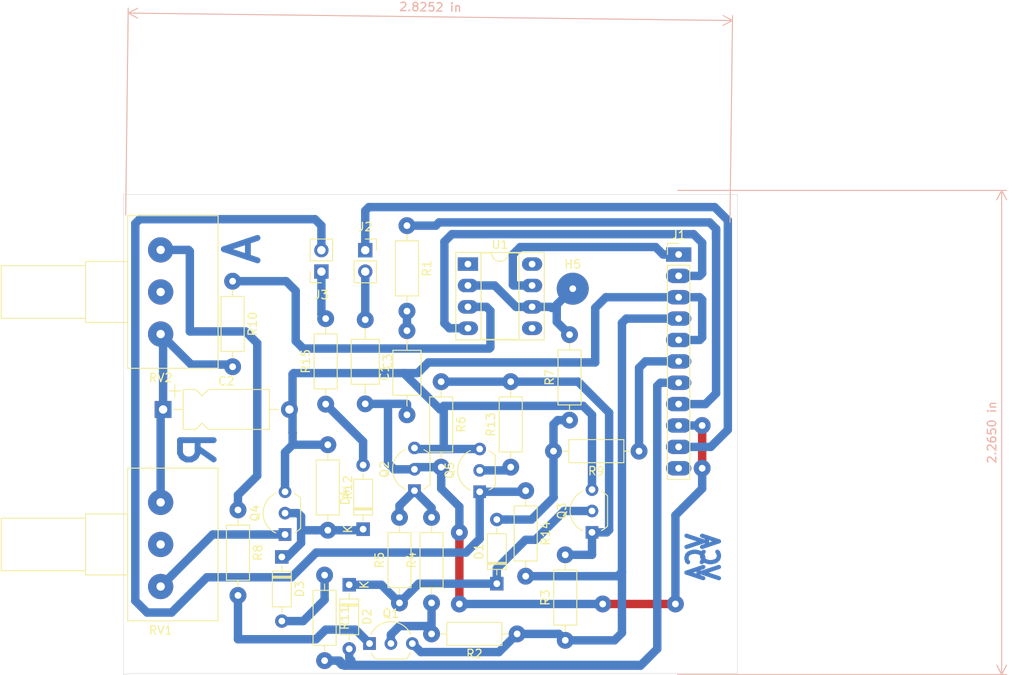
<source format=kicad_pcb>
(kicad_pcb (version 20171130) (host pcbnew "(5.1.2-1)-1")

  (general
    (thickness 1.6)
    (drawings 13)
    (tracks 234)
    (zones 0)
    (modules 34)
    (nets 29)
  )

  (page A4)
  (layers
    (0 F.Cu signal)
    (31 B.Cu signal)
    (32 B.Adhes user)
    (33 F.Adhes user)
    (34 B.Paste user)
    (35 F.Paste user)
    (36 B.SilkS user)
    (37 F.SilkS user)
    (38 B.Mask user)
    (39 F.Mask user)
    (40 Dwgs.User user)
    (41 Cmts.User user)
    (42 Eco1.User user)
    (43 Eco2.User user)
    (44 Edge.Cuts user)
    (45 Margin user)
    (46 B.CrtYd user)
    (47 F.CrtYd user)
    (48 B.Fab user)
    (49 F.Fab user)
  )

  (setup
    (last_trace_width 1)
    (user_trace_width 0.5)
    (user_trace_width 1)
    (trace_clearance 0.4)
    (zone_clearance 0.508)
    (zone_45_only no)
    (trace_min 0.2)
    (via_size 0.8)
    (via_drill 0.4)
    (via_min_size 0.4)
    (via_min_drill 0.3)
    (user_via 2 0.8)
    (uvia_size 0.3)
    (uvia_drill 0.1)
    (uvias_allowed no)
    (uvia_min_size 0.2)
    (uvia_min_drill 0.1)
    (edge_width 0.05)
    (segment_width 0.2)
    (pcb_text_width 0.3)
    (pcb_text_size 1.5 1.5)
    (mod_edge_width 0.12)
    (mod_text_size 1 1)
    (mod_text_width 0.15)
    (pad_size 3 1.7)
    (pad_drill 0.8)
    (pad_to_mask_clearance 0.051)
    (solder_mask_min_width 0.25)
    (aux_axis_origin 0 0)
    (grid_origin 45.593 43.307)
    (visible_elements FFFFFF7F)
    (pcbplotparams
      (layerselection 0x00000_fffffffe)
      (usegerberextensions false)
      (usegerberattributes false)
      (usegerberadvancedattributes false)
      (creategerberjobfile false)
      (excludeedgelayer true)
      (linewidth 0.100000)
      (plotframeref false)
      (viasonmask false)
      (mode 1)
      (useauxorigin false)
      (hpglpennumber 1)
      (hpglpenspeed 20)
      (hpglpendiameter 15.000000)
      (psnegative false)
      (psa4output false)
      (plotreference true)
      (plotvalue true)
      (plotinvisibletext false)
      (padsonsilk false)
      (subtractmaskfromsilk false)
      (outputformat 4)
      (mirror false)
      (drillshape 0)
      (scaleselection 1)
      (outputdirectory "../typons/"))
  )

  (net 0 "")
  (net 1 "Net-(C1-Pad2)")
  (net 2 "Net-(C1-Pad1)")
  (net 3 "Net-(C2-Pad1)")
  (net 4 GND)
  (net 5 "Net-(C3-Pad1)")
  (net 6 "Net-(D1-Pad1)")
  (net 7 "Net-(D1-Pad2)")
  (net 8 "Net-(D2-Pad2)")
  (net 9 "Net-(D3-Pad1)")
  (net 10 "Net-(D3-Pad2)")
  (net 11 "Net-(D4-Pad2)")
  (net 12 "Net-(H5-Pad1)")
  (net 13 "Net-(Q1-Pad1)")
  (net 14 +7.5V)
  (net 15 "Net-(Q1-Pad2)")
  (net 16 "Net-(Q2-Pad1)")
  (net 17 "Net-(Q3-Pad1)")
  (net 18 "Net-(Q4-Pad1)")
  (net 19 "Net-(Q5-Pad2)")
  (net 20 "Net-(R8-Pad1)")
  (net 21 -8V)
  (net 22 "Net-(R10-Pad1)")
  (net 23 +15V)
  (net 24 -15V)
  (net 25 "Net-(J1-Pad8)")
  (net 26 "Net-(J1-Pad10)")
  (net 27 "Net-(J3-Pad2)")
  (net 28 "Net-(J3-Pad1)")

  (net_class Default "Ceci est la Netclass par défaut."
    (clearance 0.4)
    (trace_width 0.25)
    (via_dia 0.8)
    (via_drill 0.4)
    (uvia_dia 0.3)
    (uvia_drill 0.1)
    (add_net +15V)
    (add_net +7.5V)
    (add_net -15V)
    (add_net -8V)
    (add_net GND)
    (add_net "Net-(C1-Pad1)")
    (add_net "Net-(C1-Pad2)")
    (add_net "Net-(C2-Pad1)")
    (add_net "Net-(C3-Pad1)")
    (add_net "Net-(D1-Pad1)")
    (add_net "Net-(D1-Pad2)")
    (add_net "Net-(D2-Pad2)")
    (add_net "Net-(D3-Pad1)")
    (add_net "Net-(D3-Pad2)")
    (add_net "Net-(D4-Pad2)")
    (add_net "Net-(H5-Pad1)")
    (add_net "Net-(J1-Pad10)")
    (add_net "Net-(J1-Pad8)")
    (add_net "Net-(J3-Pad1)")
    (add_net "Net-(J3-Pad2)")
    (add_net "Net-(Q1-Pad1)")
    (add_net "Net-(Q1-Pad2)")
    (add_net "Net-(Q2-Pad1)")
    (add_net "Net-(Q3-Pad1)")
    (add_net "Net-(Q4-Pad1)")
    (add_net "Net-(Q5-Pad2)")
    (add_net "Net-(R10-Pad1)")
    (add_net "Net-(R8-Pad1)")
  )

  (module Package_DIP:DIP-8_W7.62mm_Socket_LongPads (layer F.Cu) (tedit 5A02E8C5) (tstamp 6450E545)
    (at 86.487 51.689)
    (descr "8-lead though-hole mounted DIP package, row spacing 7.62 mm (300 mils), Socket, LongPads")
    (tags "THT DIP DIL PDIP 2.54mm 7.62mm 300mil Socket LongPads")
    (path /64446333)
    (fp_text reference U1 (at 3.81 -2.33) (layer F.SilkS)
      (effects (font (size 1 1) (thickness 0.15)))
    )
    (fp_text value TL071 (at 3.81 9.95) (layer F.Fab)
      (effects (font (size 1 1) (thickness 0.15)))
    )
    (fp_text user %R (at 3.81 3.81) (layer F.Fab)
      (effects (font (size 1 1) (thickness 0.15)))
    )
    (fp_line (start 9.15 -1.6) (end -1.55 -1.6) (layer F.CrtYd) (width 0.05))
    (fp_line (start 9.15 9.2) (end 9.15 -1.6) (layer F.CrtYd) (width 0.05))
    (fp_line (start -1.55 9.2) (end 9.15 9.2) (layer F.CrtYd) (width 0.05))
    (fp_line (start -1.55 -1.6) (end -1.55 9.2) (layer F.CrtYd) (width 0.05))
    (fp_line (start 9.06 -1.39) (end -1.44 -1.39) (layer F.SilkS) (width 0.12))
    (fp_line (start 9.06 9.01) (end 9.06 -1.39) (layer F.SilkS) (width 0.12))
    (fp_line (start -1.44 9.01) (end 9.06 9.01) (layer F.SilkS) (width 0.12))
    (fp_line (start -1.44 -1.39) (end -1.44 9.01) (layer F.SilkS) (width 0.12))
    (fp_line (start 6.06 -1.33) (end 4.81 -1.33) (layer F.SilkS) (width 0.12))
    (fp_line (start 6.06 8.95) (end 6.06 -1.33) (layer F.SilkS) (width 0.12))
    (fp_line (start 1.56 8.95) (end 6.06 8.95) (layer F.SilkS) (width 0.12))
    (fp_line (start 1.56 -1.33) (end 1.56 8.95) (layer F.SilkS) (width 0.12))
    (fp_line (start 2.81 -1.33) (end 1.56 -1.33) (layer F.SilkS) (width 0.12))
    (fp_line (start 8.89 -1.33) (end -1.27 -1.33) (layer F.Fab) (width 0.1))
    (fp_line (start 8.89 8.95) (end 8.89 -1.33) (layer F.Fab) (width 0.1))
    (fp_line (start -1.27 8.95) (end 8.89 8.95) (layer F.Fab) (width 0.1))
    (fp_line (start -1.27 -1.33) (end -1.27 8.95) (layer F.Fab) (width 0.1))
    (fp_line (start 0.635 -0.27) (end 1.635 -1.27) (layer F.Fab) (width 0.1))
    (fp_line (start 0.635 8.89) (end 0.635 -0.27) (layer F.Fab) (width 0.1))
    (fp_line (start 6.985 8.89) (end 0.635 8.89) (layer F.Fab) (width 0.1))
    (fp_line (start 6.985 -1.27) (end 6.985 8.89) (layer F.Fab) (width 0.1))
    (fp_line (start 1.635 -1.27) (end 6.985 -1.27) (layer F.Fab) (width 0.1))
    (fp_arc (start 3.81 -1.33) (end 2.81 -1.33) (angle -180) (layer F.SilkS) (width 0.12))
    (pad 8 thru_hole oval (at 7.62 0) (size 2.4 1.6) (drill 0.8) (layers *.Cu *.Mask))
    (pad 4 thru_hole oval (at 0 7.62) (size 2.4 1.6) (drill 0.8) (layers *.Cu *.Mask)
      (net 24 -15V))
    (pad 7 thru_hole oval (at 7.62 2.54) (size 2.4 1.6) (drill 0.8) (layers *.Cu *.Mask)
      (net 23 +15V))
    (pad 3 thru_hole oval (at 0 5.08) (size 2.4 1.6) (drill 0.8) (layers *.Cu *.Mask)
      (net 22 "Net-(R10-Pad1)"))
    (pad 6 thru_hole oval (at 7.62 5.08) (size 2.4 1.6) (drill 0.8) (layers *.Cu *.Mask)
      (net 12 "Net-(H5-Pad1)"))
    (pad 2 thru_hole oval (at 0 2.54) (size 2.4 1.6) (drill 0.8) (layers *.Cu *.Mask)
      (net 12 "Net-(H5-Pad1)"))
    (pad 5 thru_hole oval (at 7.62 7.62) (size 2.4 1.6) (drill 0.8) (layers *.Cu *.Mask))
    (pad 1 thru_hole rect (at 0 0) (size 2.4 1.6) (drill 0.8) (layers *.Cu *.Mask))
    (model ${KISYS3DMOD}/Package_DIP.3dshapes/DIP-8_W7.62mm_Socket.wrl
      (at (xyz 0 0 0))
      (scale (xyz 1 1 1))
      (rotate (xyz 0 0 0))
    )
  )

  (module Capacitor_THT:C_Axial_L5.1mm_D3.1mm_P10.00mm_Horizontal (layer F.Cu) (tedit 644FC52F) (tstamp 6450E1ED)
    (at 79.248 69.596 90)
    (descr "C, Axial series, Axial, Horizontal, pin pitch=10mm, , length*diameter=5.1*3.1mm^2, http://www.vishay.com/docs/45231/arseries.pdf")
    (tags "C Axial series Axial Horizontal pin pitch 10mm  length 5.1mm diameter 3.1mm")
    (path /6443BA56)
    (fp_text reference C1 (at 5 -2.67 90) (layer F.SilkS)
      (effects (font (size 1 1) (thickness 0.15)))
    )
    (fp_text value C (at 5 2.67 90) (layer F.Fab)
      (effects (font (size 1 1) (thickness 0.15)))
    )
    (fp_text user %R (at 5 0 90) (layer F.Fab)
      (effects (font (size 1 1) (thickness 0.15)))
    )
    (fp_line (start 11.05 -1.8) (end -1.05 -1.8) (layer F.CrtYd) (width 0.05))
    (fp_line (start 11.05 1.8) (end 11.05 -1.8) (layer F.CrtYd) (width 0.05))
    (fp_line (start -1.05 1.8) (end 11.05 1.8) (layer F.CrtYd) (width 0.05))
    (fp_line (start -1.05 -1.8) (end -1.05 1.8) (layer F.CrtYd) (width 0.05))
    (fp_line (start 8.96 0) (end 7.67 0) (layer F.SilkS) (width 0.12))
    (fp_line (start 1.04 0) (end 2.33 0) (layer F.SilkS) (width 0.12))
    (fp_line (start 7.67 -1.67) (end 2.33 -1.67) (layer F.SilkS) (width 0.12))
    (fp_line (start 7.67 1.67) (end 7.67 -1.67) (layer F.SilkS) (width 0.12))
    (fp_line (start 2.33 1.67) (end 7.67 1.67) (layer F.SilkS) (width 0.12))
    (fp_line (start 2.33 -1.67) (end 2.33 1.67) (layer F.SilkS) (width 0.12))
    (fp_line (start 10 0) (end 7.55 0) (layer F.Fab) (width 0.1))
    (fp_line (start 0 0) (end 2.45 0) (layer F.Fab) (width 0.1))
    (fp_line (start 7.55 -1.55) (end 2.45 -1.55) (layer F.Fab) (width 0.1))
    (fp_line (start 7.55 1.55) (end 7.55 -1.55) (layer F.Fab) (width 0.1))
    (fp_line (start 2.45 1.55) (end 7.55 1.55) (layer F.Fab) (width 0.1))
    (fp_line (start 2.45 -1.55) (end 2.45 1.55) (layer F.Fab) (width 0.1))
    (pad 2 thru_hole oval (at 10 0 90) (size 2 2) (drill 0.8) (layers *.Cu *.Mask)
      (net 1 "Net-(C1-Pad2)"))
    (pad 1 thru_hole circle (at 0 0 90) (size 2 2) (drill 0.8) (layers *.Cu *.Mask)
      (net 2 "Net-(C1-Pad1)"))
    (model ${KISYS3DMOD}/Capacitor_THT.3dshapes/C_Axial_L5.1mm_D3.1mm_P10.00mm_Horizontal.wrl
      (at (xyz 0 0 0))
      (scale (xyz 1 1 1))
      (rotate (xyz 0 0 0))
    )
  )

  (module Resistor_THT:R_Axial_DIN0207_L6.3mm_D2.5mm_P10.16mm_Horizontal (layer F.Cu) (tedit 643E4CF4) (tstamp 6450E3A5)
    (at 78.359 91.948 90)
    (descr "Resistor, Axial_DIN0207 series, Axial, Horizontal, pin pitch=10.16mm, 0.25W = 1/4W, length*diameter=6.3*2.5mm^2, http://cdn-reichelt.de/documents/datenblatt/B400/1_4W%23YAG.pdf")
    (tags "Resistor Axial_DIN0207 series Axial Horizontal pin pitch 10.16mm 0.25W = 1/4W length 6.3mm diameter 2.5mm")
    (path /64451850)
    (fp_text reference R5 (at 5.08 -2.37 90) (layer F.SilkS)
      (effects (font (size 1 1) (thickness 0.15)))
    )
    (fp_text value R_US (at 5.08 2.37 90) (layer F.Fab)
      (effects (font (size 1 1) (thickness 0.15)))
    )
    (fp_text user %R (at 5.08 0 90) (layer F.Fab)
      (effects (font (size 1 1) (thickness 0.15)))
    )
    (fp_line (start 11.21 -1.5) (end -1.05 -1.5) (layer F.CrtYd) (width 0.05))
    (fp_line (start 11.21 1.5) (end 11.21 -1.5) (layer F.CrtYd) (width 0.05))
    (fp_line (start -1.05 1.5) (end 11.21 1.5) (layer F.CrtYd) (width 0.05))
    (fp_line (start -1.05 -1.5) (end -1.05 1.5) (layer F.CrtYd) (width 0.05))
    (fp_line (start 9.12 0) (end 8.35 0) (layer F.SilkS) (width 0.12))
    (fp_line (start 1.04 0) (end 1.81 0) (layer F.SilkS) (width 0.12))
    (fp_line (start 8.35 -1.37) (end 1.81 -1.37) (layer F.SilkS) (width 0.12))
    (fp_line (start 8.35 1.37) (end 8.35 -1.37) (layer F.SilkS) (width 0.12))
    (fp_line (start 1.81 1.37) (end 8.35 1.37) (layer F.SilkS) (width 0.12))
    (fp_line (start 1.81 -1.37) (end 1.81 1.37) (layer F.SilkS) (width 0.12))
    (fp_line (start 10.16 0) (end 8.23 0) (layer F.Fab) (width 0.1))
    (fp_line (start 0 0) (end 1.93 0) (layer F.Fab) (width 0.1))
    (fp_line (start 8.23 -1.25) (end 1.93 -1.25) (layer F.Fab) (width 0.1))
    (fp_line (start 8.23 1.25) (end 8.23 -1.25) (layer F.Fab) (width 0.1))
    (fp_line (start 1.93 1.25) (end 8.23 1.25) (layer F.Fab) (width 0.1))
    (fp_line (start 1.93 -1.25) (end 1.93 1.25) (layer F.Fab) (width 0.1))
    (pad 2 thru_hole oval (at 10.16 0 90) (size 2 2) (drill 0.8) (layers *.Cu *.Mask)
      (net 16 "Net-(Q2-Pad1)"))
    (pad 1 thru_hole circle (at 0 0 90) (size 2 2) (drill 0.8) (layers *.Cu *.Mask)
      (net 6 "Net-(D1-Pad1)"))
    (model ${KISYS3DMOD}/Resistor_THT.3dshapes/R_Axial_DIN0207_L6.3mm_D2.5mm_P10.16mm_Horizontal.wrl
      (at (xyz 0 0 0))
      (scale (xyz 1 1 1))
      (rotate (xyz 0 0 0))
    )
  )

  (module Resistor_THT:R_Axial_DIN0207_L6.3mm_D2.5mm_P10.16mm_Horizontal (layer F.Cu) (tedit 643E4CF4) (tstamp 6450E474)
    (at 93.345 78.613 270)
    (descr "Resistor, Axial_DIN0207 series, Axial, Horizontal, pin pitch=10.16mm, 0.25W = 1/4W, length*diameter=6.3*2.5mm^2, http://cdn-reichelt.de/documents/datenblatt/B400/1_4W%23YAG.pdf")
    (tags "Resistor Axial_DIN0207 series Axial Horizontal pin pitch 10.16mm 0.25W = 1/4W length 6.3mm diameter 2.5mm")
    (path /6445A7D0)
    (fp_text reference R14 (at 5.08 -2.37 90) (layer F.SilkS)
      (effects (font (size 1 1) (thickness 0.15)))
    )
    (fp_text value R_US (at 5.08 2.37 90) (layer F.Fab)
      (effects (font (size 1 1) (thickness 0.15)))
    )
    (fp_text user %R (at 5.08 0 90) (layer F.Fab)
      (effects (font (size 1 1) (thickness 0.15)))
    )
    (fp_line (start 11.21 -1.5) (end -1.05 -1.5) (layer F.CrtYd) (width 0.05))
    (fp_line (start 11.21 1.5) (end 11.21 -1.5) (layer F.CrtYd) (width 0.05))
    (fp_line (start -1.05 1.5) (end 11.21 1.5) (layer F.CrtYd) (width 0.05))
    (fp_line (start -1.05 -1.5) (end -1.05 1.5) (layer F.CrtYd) (width 0.05))
    (fp_line (start 9.12 0) (end 8.35 0) (layer F.SilkS) (width 0.12))
    (fp_line (start 1.04 0) (end 1.81 0) (layer F.SilkS) (width 0.12))
    (fp_line (start 8.35 -1.37) (end 1.81 -1.37) (layer F.SilkS) (width 0.12))
    (fp_line (start 8.35 1.37) (end 8.35 -1.37) (layer F.SilkS) (width 0.12))
    (fp_line (start 1.81 1.37) (end 8.35 1.37) (layer F.SilkS) (width 0.12))
    (fp_line (start 1.81 -1.37) (end 1.81 1.37) (layer F.SilkS) (width 0.12))
    (fp_line (start 10.16 0) (end 8.23 0) (layer F.Fab) (width 0.1))
    (fp_line (start 0 0) (end 1.93 0) (layer F.Fab) (width 0.1))
    (fp_line (start 8.23 -1.25) (end 1.93 -1.25) (layer F.Fab) (width 0.1))
    (fp_line (start 8.23 1.25) (end 8.23 -1.25) (layer F.Fab) (width 0.1))
    (fp_line (start 1.93 1.25) (end 8.23 1.25) (layer F.Fab) (width 0.1))
    (fp_line (start 1.93 -1.25) (end 1.93 1.25) (layer F.Fab) (width 0.1))
    (pad 2 thru_hole oval (at 10.16 0 270) (size 2 2) (drill 0.8) (layers *.Cu *.Mask)
      (net 14 +7.5V))
    (pad 1 thru_hole circle (at 0 0 270) (size 2 2) (drill 0.8) (layers *.Cu *.Mask)
      (net 27 "Net-(J3-Pad2)"))
    (model ${KISYS3DMOD}/Resistor_THT.3dshapes/R_Axial_DIN0207_L6.3mm_D2.5mm_P10.16mm_Horizontal.wrl
      (at (xyz 0 0 0))
      (scale (xyz 1 1 1))
      (rotate (xyz 0 0 0))
    )
  )

  (module Resistor_THT:R_Axial_DIN0207_L6.3mm_D2.5mm_P10.16mm_Horizontal (layer F.Cu) (tedit 643E4CF4) (tstamp 6450E45D)
    (at 91.567 75.819 90)
    (descr "Resistor, Axial_DIN0207 series, Axial, Horizontal, pin pitch=10.16mm, 0.25W = 1/4W, length*diameter=6.3*2.5mm^2, http://cdn-reichelt.de/documents/datenblatt/B400/1_4W%23YAG.pdf")
    (tags "Resistor Axial_DIN0207 series Axial Horizontal pin pitch 10.16mm 0.25W = 1/4W length 6.3mm diameter 2.5mm")
    (path /6445BB52)
    (fp_text reference R13 (at 5.08 -2.37 90) (layer F.SilkS)
      (effects (font (size 1 1) (thickness 0.15)))
    )
    (fp_text value R_US (at 5.08 2.37 90) (layer F.Fab)
      (effects (font (size 1 1) (thickness 0.15)))
    )
    (fp_text user %R (at 5.08 0 90) (layer F.Fab)
      (effects (font (size 1 1) (thickness 0.15)))
    )
    (fp_line (start 11.21 -1.5) (end -1.05 -1.5) (layer F.CrtYd) (width 0.05))
    (fp_line (start 11.21 1.5) (end 11.21 -1.5) (layer F.CrtYd) (width 0.05))
    (fp_line (start -1.05 1.5) (end 11.21 1.5) (layer F.CrtYd) (width 0.05))
    (fp_line (start -1.05 -1.5) (end -1.05 1.5) (layer F.CrtYd) (width 0.05))
    (fp_line (start 9.12 0) (end 8.35 0) (layer F.SilkS) (width 0.12))
    (fp_line (start 1.04 0) (end 1.81 0) (layer F.SilkS) (width 0.12))
    (fp_line (start 8.35 -1.37) (end 1.81 -1.37) (layer F.SilkS) (width 0.12))
    (fp_line (start 8.35 1.37) (end 8.35 -1.37) (layer F.SilkS) (width 0.12))
    (fp_line (start 1.81 1.37) (end 8.35 1.37) (layer F.SilkS) (width 0.12))
    (fp_line (start 1.81 -1.37) (end 1.81 1.37) (layer F.SilkS) (width 0.12))
    (fp_line (start 10.16 0) (end 8.23 0) (layer F.Fab) (width 0.1))
    (fp_line (start 0 0) (end 1.93 0) (layer F.Fab) (width 0.1))
    (fp_line (start 8.23 -1.25) (end 1.93 -1.25) (layer F.Fab) (width 0.1))
    (fp_line (start 8.23 1.25) (end 8.23 -1.25) (layer F.Fab) (width 0.1))
    (fp_line (start 1.93 1.25) (end 8.23 1.25) (layer F.Fab) (width 0.1))
    (fp_line (start 1.93 -1.25) (end 1.93 1.25) (layer F.Fab) (width 0.1))
    (pad 2 thru_hole oval (at 10.16 0 90) (size 2 2) (drill 0.8) (layers *.Cu *.Mask)
      (net 17 "Net-(Q3-Pad1)"))
    (pad 1 thru_hole circle (at 0 0 90) (size 2 2) (drill 0.8) (layers *.Cu *.Mask)
      (net 19 "Net-(Q5-Pad2)"))
    (model ${KISYS3DMOD}/Resistor_THT.3dshapes/R_Axial_DIN0207_L6.3mm_D2.5mm_P10.16mm_Horizontal.wrl
      (at (xyz 0 0 0))
      (scale (xyz 1 1 1))
      (rotate (xyz 0 0 0))
    )
  )

  (module Connector_PinSocket_2.54mm:PinSocket_1x02_P2.54mm_Vertical (layer F.Cu) (tedit 5A19A420) (tstamp 6450FD14)
    (at 69.088 52.578 180)
    (descr "Through hole straight socket strip, 1x02, 2.54mm pitch, single row (from Kicad 4.0.7), script generated")
    (tags "Through hole socket strip THT 1x02 2.54mm single row")
    (path /6457CCBE)
    (fp_text reference J3 (at 0 -2.77) (layer F.SilkS)
      (effects (font (size 1 1) (thickness 0.15)))
    )
    (fp_text value Conn_01x02_MountingPin (at 0 5.31) (layer F.Fab)
      (effects (font (size 1 1) (thickness 0.15)))
    )
    (fp_text user %R (at 0 1.27 90) (layer F.Fab)
      (effects (font (size 1 1) (thickness 0.15)))
    )
    (fp_line (start -1.8 4.3) (end -1.8 -1.8) (layer F.CrtYd) (width 0.05))
    (fp_line (start 1.75 4.3) (end -1.8 4.3) (layer F.CrtYd) (width 0.05))
    (fp_line (start 1.75 -1.8) (end 1.75 4.3) (layer F.CrtYd) (width 0.05))
    (fp_line (start -1.8 -1.8) (end 1.75 -1.8) (layer F.CrtYd) (width 0.05))
    (fp_line (start 0 -1.33) (end 1.33 -1.33) (layer F.SilkS) (width 0.12))
    (fp_line (start 1.33 -1.33) (end 1.33 0) (layer F.SilkS) (width 0.12))
    (fp_line (start 1.33 1.27) (end 1.33 3.87) (layer F.SilkS) (width 0.12))
    (fp_line (start -1.33 3.87) (end 1.33 3.87) (layer F.SilkS) (width 0.12))
    (fp_line (start -1.33 1.27) (end -1.33 3.87) (layer F.SilkS) (width 0.12))
    (fp_line (start -1.33 1.27) (end 1.33 1.27) (layer F.SilkS) (width 0.12))
    (fp_line (start -1.27 3.81) (end -1.27 -1.27) (layer F.Fab) (width 0.1))
    (fp_line (start 1.27 3.81) (end -1.27 3.81) (layer F.Fab) (width 0.1))
    (fp_line (start 1.27 -0.635) (end 1.27 3.81) (layer F.Fab) (width 0.1))
    (fp_line (start 0.635 -1.27) (end 1.27 -0.635) (layer F.Fab) (width 0.1))
    (fp_line (start -1.27 -1.27) (end 0.635 -1.27) (layer F.Fab) (width 0.1))
    (pad 2 thru_hole oval (at 0 2.54 180) (size 1.7 1.7) (drill 1) (layers *.Cu *.Mask)
      (net 27 "Net-(J3-Pad2)"))
    (pad 1 thru_hole rect (at 0 0 180) (size 1.7 1.7) (drill 1) (layers *.Cu *.Mask)
      (net 28 "Net-(J3-Pad1)"))
    (model ${KISYS3DMOD}/Connector_PinSocket_2.54mm.3dshapes/PinSocket_1x02_P2.54mm_Vertical.wrl
      (at (xyz 0 0 0))
      (scale (xyz 1 1 1))
      (rotate (xyz 0 0 0))
    )
  )

  (module Resistor_THT:R_Axial_DIN0207_L6.3mm_D2.5mm_P10.16mm_Horizontal (layer F.Cu) (tedit 643E4CF4) (tstamp 6450E48B)
    (at 69.596 68.326 90)
    (descr "Resistor, Axial_DIN0207 series, Axial, Horizontal, pin pitch=10.16mm, 0.25W = 1/4W, length*diameter=6.3*2.5mm^2, http://cdn-reichelt.de/documents/datenblatt/B400/1_4W%23YAG.pdf")
    (tags "Resistor Axial_DIN0207 series Axial Horizontal pin pitch 10.16mm 0.25W = 1/4W length 6.3mm diameter 2.5mm")
    (path /64459419)
    (fp_text reference R15 (at 5.08 -2.37 90) (layer F.SilkS)
      (effects (font (size 1 1) (thickness 0.15)))
    )
    (fp_text value R_US (at 5.08 2.37 90) (layer F.Fab)
      (effects (font (size 1 1) (thickness 0.15)))
    )
    (fp_text user %R (at 5.08 0 90) (layer F.Fab)
      (effects (font (size 1 1) (thickness 0.15)))
    )
    (fp_line (start 11.21 -1.5) (end -1.05 -1.5) (layer F.CrtYd) (width 0.05))
    (fp_line (start 11.21 1.5) (end 11.21 -1.5) (layer F.CrtYd) (width 0.05))
    (fp_line (start -1.05 1.5) (end 11.21 1.5) (layer F.CrtYd) (width 0.05))
    (fp_line (start -1.05 -1.5) (end -1.05 1.5) (layer F.CrtYd) (width 0.05))
    (fp_line (start 9.12 0) (end 8.35 0) (layer F.SilkS) (width 0.12))
    (fp_line (start 1.04 0) (end 1.81 0) (layer F.SilkS) (width 0.12))
    (fp_line (start 8.35 -1.37) (end 1.81 -1.37) (layer F.SilkS) (width 0.12))
    (fp_line (start 8.35 1.37) (end 8.35 -1.37) (layer F.SilkS) (width 0.12))
    (fp_line (start 1.81 1.37) (end 8.35 1.37) (layer F.SilkS) (width 0.12))
    (fp_line (start 1.81 -1.37) (end 1.81 1.37) (layer F.SilkS) (width 0.12))
    (fp_line (start 10.16 0) (end 8.23 0) (layer F.Fab) (width 0.1))
    (fp_line (start 0 0) (end 1.93 0) (layer F.Fab) (width 0.1))
    (fp_line (start 8.23 -1.25) (end 1.93 -1.25) (layer F.Fab) (width 0.1))
    (fp_line (start 8.23 1.25) (end 8.23 -1.25) (layer F.Fab) (width 0.1))
    (fp_line (start 1.93 1.25) (end 8.23 1.25) (layer F.Fab) (width 0.1))
    (fp_line (start 1.93 -1.25) (end 1.93 1.25) (layer F.Fab) (width 0.1))
    (pad 2 thru_hole oval (at 10.16 0 90) (size 2 2) (drill 0.8) (layers *.Cu *.Mask)
      (net 28 "Net-(J3-Pad1)"))
    (pad 1 thru_hole circle (at 0 0 90) (size 2 2) (drill 0.8) (layers *.Cu *.Mask)
      (net 11 "Net-(D4-Pad2)"))
    (model ${KISYS3DMOD}/Resistor_THT.3dshapes/R_Axial_DIN0207_L6.3mm_D2.5mm_P10.16mm_Horizontal.wrl
      (at (xyz 0 0 0))
      (scale (xyz 1 1 1))
      (rotate (xyz 0 0 0))
    )
  )

  (module Resistor_THT:R_Axial_DIN0207_L6.3mm_D2.5mm_P10.16mm_Horizontal (layer F.Cu) (tedit 643E4CF4) (tstamp 6450E377)
    (at 98.044 96.393 90)
    (descr "Resistor, Axial_DIN0207 series, Axial, Horizontal, pin pitch=10.16mm, 0.25W = 1/4W, length*diameter=6.3*2.5mm^2, http://cdn-reichelt.de/documents/datenblatt/B400/1_4W%23YAG.pdf")
    (tags "Resistor Axial_DIN0207 series Axial Horizontal pin pitch 10.16mm 0.25W = 1/4W length 6.3mm diameter 2.5mm")
    (path /6444FA85)
    (fp_text reference R3 (at 5.08 -2.37 90) (layer F.SilkS)
      (effects (font (size 1 1) (thickness 0.15)))
    )
    (fp_text value R_US (at 5.08 2.37 90) (layer F.Fab)
      (effects (font (size 1 1) (thickness 0.15)))
    )
    (fp_text user %R (at 5.08 0 90) (layer F.Fab)
      (effects (font (size 1 1) (thickness 0.15)))
    )
    (fp_line (start 11.21 -1.5) (end -1.05 -1.5) (layer F.CrtYd) (width 0.05))
    (fp_line (start 11.21 1.5) (end 11.21 -1.5) (layer F.CrtYd) (width 0.05))
    (fp_line (start -1.05 1.5) (end 11.21 1.5) (layer F.CrtYd) (width 0.05))
    (fp_line (start -1.05 -1.5) (end -1.05 1.5) (layer F.CrtYd) (width 0.05))
    (fp_line (start 9.12 0) (end 8.35 0) (layer F.SilkS) (width 0.12))
    (fp_line (start 1.04 0) (end 1.81 0) (layer F.SilkS) (width 0.12))
    (fp_line (start 8.35 -1.37) (end 1.81 -1.37) (layer F.SilkS) (width 0.12))
    (fp_line (start 8.35 1.37) (end 8.35 -1.37) (layer F.SilkS) (width 0.12))
    (fp_line (start 1.81 1.37) (end 8.35 1.37) (layer F.SilkS) (width 0.12))
    (fp_line (start 1.81 -1.37) (end 1.81 1.37) (layer F.SilkS) (width 0.12))
    (fp_line (start 10.16 0) (end 8.23 0) (layer F.Fab) (width 0.1))
    (fp_line (start 0 0) (end 1.93 0) (layer F.Fab) (width 0.1))
    (fp_line (start 8.23 -1.25) (end 1.93 -1.25) (layer F.Fab) (width 0.1))
    (fp_line (start 8.23 1.25) (end 8.23 -1.25) (layer F.Fab) (width 0.1))
    (fp_line (start 1.93 1.25) (end 8.23 1.25) (layer F.Fab) (width 0.1))
    (fp_line (start 1.93 -1.25) (end 1.93 1.25) (layer F.Fab) (width 0.1))
    (pad 2 thru_hole oval (at 10.16 0 90) (size 2 2) (drill 0.8) (layers *.Cu *.Mask)
      (net 17 "Net-(Q3-Pad1)"))
    (pad 1 thru_hole circle (at 0 0 90) (size 2 2) (drill 0.8) (layers *.Cu *.Mask)
      (net 14 +7.5V))
    (model ${KISYS3DMOD}/Resistor_THT.3dshapes/R_Axial_DIN0207_L6.3mm_D2.5mm_P10.16mm_Horizontal.wrl
      (at (xyz 0 0 0))
      (scale (xyz 1 1 1))
      (rotate (xyz 0 0 0))
    )
  )

  (module Resistor_THT:R_Axial_DIN0207_L6.3mm_D2.5mm_P10.16mm_Horizontal (layer F.Cu) (tedit 643E4CF4) (tstamp 6450E38E)
    (at 82.169 91.948 90)
    (descr "Resistor, Axial_DIN0207 series, Axial, Horizontal, pin pitch=10.16mm, 0.25W = 1/4W, length*diameter=6.3*2.5mm^2, http://cdn-reichelt.de/documents/datenblatt/B400/1_4W%23YAG.pdf")
    (tags "Resistor Axial_DIN0207 series Axial Horizontal pin pitch 10.16mm 0.25W = 1/4W length 6.3mm diameter 2.5mm")
    (path /6444E907)
    (fp_text reference R4 (at 5.08 -2.37 90) (layer F.SilkS)
      (effects (font (size 1 1) (thickness 0.15)))
    )
    (fp_text value R_US (at 5.08 2.37 90) (layer F.Fab)
      (effects (font (size 1 1) (thickness 0.15)))
    )
    (fp_text user %R (at 5.08 0 90) (layer F.Fab)
      (effects (font (size 1 1) (thickness 0.15)))
    )
    (fp_line (start 11.21 -1.5) (end -1.05 -1.5) (layer F.CrtYd) (width 0.05))
    (fp_line (start 11.21 1.5) (end 11.21 -1.5) (layer F.CrtYd) (width 0.05))
    (fp_line (start -1.05 1.5) (end 11.21 1.5) (layer F.CrtYd) (width 0.05))
    (fp_line (start -1.05 -1.5) (end -1.05 1.5) (layer F.CrtYd) (width 0.05))
    (fp_line (start 9.12 0) (end 8.35 0) (layer F.SilkS) (width 0.12))
    (fp_line (start 1.04 0) (end 1.81 0) (layer F.SilkS) (width 0.12))
    (fp_line (start 8.35 -1.37) (end 1.81 -1.37) (layer F.SilkS) (width 0.12))
    (fp_line (start 8.35 1.37) (end 8.35 -1.37) (layer F.SilkS) (width 0.12))
    (fp_line (start 1.81 1.37) (end 8.35 1.37) (layer F.SilkS) (width 0.12))
    (fp_line (start 1.81 -1.37) (end 1.81 1.37) (layer F.SilkS) (width 0.12))
    (fp_line (start 10.16 0) (end 8.23 0) (layer F.Fab) (width 0.1))
    (fp_line (start 0 0) (end 1.93 0) (layer F.Fab) (width 0.1))
    (fp_line (start 8.23 -1.25) (end 1.93 -1.25) (layer F.Fab) (width 0.1))
    (fp_line (start 8.23 1.25) (end 8.23 -1.25) (layer F.Fab) (width 0.1))
    (fp_line (start 1.93 1.25) (end 8.23 1.25) (layer F.Fab) (width 0.1))
    (fp_line (start 1.93 -1.25) (end 1.93 1.25) (layer F.Fab) (width 0.1))
    (pad 2 thru_hole oval (at 10.16 0 90) (size 2 2) (drill 0.8) (layers *.Cu *.Mask)
      (net 16 "Net-(Q2-Pad1)"))
    (pad 1 thru_hole circle (at 0 0 90) (size 2 2) (drill 0.8) (layers *.Cu *.Mask)
      (net 15 "Net-(Q1-Pad2)"))
    (model ${KISYS3DMOD}/Resistor_THT.3dshapes/R_Axial_DIN0207_L6.3mm_D2.5mm_P10.16mm_Horizontal.wrl
      (at (xyz 0 0 0))
      (scale (xyz 1 1 1))
      (rotate (xyz 0 0 0))
    )
  )

  (module Connector_PinSocket_2.54mm:PinSocket_1x02_P2.54mm_Vertical (layer F.Cu) (tedit 5A19A420) (tstamp 6450FCFE)
    (at 74.295 50.038)
    (descr "Through hole straight socket strip, 1x02, 2.54mm pitch, single row (from Kicad 4.0.7), script generated")
    (tags "Through hole socket strip THT 1x02 2.54mm single row")
    (path /645729E1)
    (fp_text reference J2 (at 0 -2.77) (layer F.SilkS)
      (effects (font (size 1 1) (thickness 0.15)))
    )
    (fp_text value Conn_01x02_MountingPin (at 0 5.31) (layer F.Fab)
      (effects (font (size 1 1) (thickness 0.15)))
    )
    (fp_text user %R (at 0 1.27 90) (layer F.Fab)
      (effects (font (size 1 1) (thickness 0.15)))
    )
    (fp_line (start -1.8 4.3) (end -1.8 -1.8) (layer F.CrtYd) (width 0.05))
    (fp_line (start 1.75 4.3) (end -1.8 4.3) (layer F.CrtYd) (width 0.05))
    (fp_line (start 1.75 -1.8) (end 1.75 4.3) (layer F.CrtYd) (width 0.05))
    (fp_line (start -1.8 -1.8) (end 1.75 -1.8) (layer F.CrtYd) (width 0.05))
    (fp_line (start 0 -1.33) (end 1.33 -1.33) (layer F.SilkS) (width 0.12))
    (fp_line (start 1.33 -1.33) (end 1.33 0) (layer F.SilkS) (width 0.12))
    (fp_line (start 1.33 1.27) (end 1.33 3.87) (layer F.SilkS) (width 0.12))
    (fp_line (start -1.33 3.87) (end 1.33 3.87) (layer F.SilkS) (width 0.12))
    (fp_line (start -1.33 1.27) (end -1.33 3.87) (layer F.SilkS) (width 0.12))
    (fp_line (start -1.33 1.27) (end 1.33 1.27) (layer F.SilkS) (width 0.12))
    (fp_line (start -1.27 3.81) (end -1.27 -1.27) (layer F.Fab) (width 0.1))
    (fp_line (start 1.27 3.81) (end -1.27 3.81) (layer F.Fab) (width 0.1))
    (fp_line (start 1.27 -0.635) (end 1.27 3.81) (layer F.Fab) (width 0.1))
    (fp_line (start 0.635 -1.27) (end 1.27 -0.635) (layer F.Fab) (width 0.1))
    (fp_line (start -1.27 -1.27) (end 0.635 -1.27) (layer F.Fab) (width 0.1))
    (pad 2 thru_hole oval (at 0 2.54) (size 1.7 1.7) (drill 1) (layers *.Cu *.Mask)
      (net 5 "Net-(C3-Pad1)"))
    (pad 1 thru_hole rect (at 0 0) (size 1.7 1.7) (drill 1) (layers *.Cu *.Mask)
      (net 26 "Net-(J1-Pad10)"))
    (model ${KISYS3DMOD}/Connector_PinSocket_2.54mm.3dshapes/PinSocket_1x02_P2.54mm_Vertical.wrl
      (at (xyz 0 0 0))
      (scale (xyz 1 1 1))
      (rotate (xyz 0 0 0))
    )
  )

  (module Resistor_THT:R_Axial_DIN0207_L6.3mm_D2.5mm_P10.16mm_Horizontal (layer F.Cu) (tedit 643E4CF4) (tstamp 6450E418)
    (at 58.547 53.721 270)
    (descr "Resistor, Axial_DIN0207 series, Axial, Horizontal, pin pitch=10.16mm, 0.25W = 1/4W, length*diameter=6.3*2.5mm^2, http://cdn-reichelt.de/documents/datenblatt/B400/1_4W%23YAG.pdf")
    (tags "Resistor Axial_DIN0207 series Axial Horizontal pin pitch 10.16mm 0.25W = 1/4W length 6.3mm diameter 2.5mm")
    (path /6446F50D)
    (fp_text reference R10 (at 5.08 -2.37 90) (layer F.SilkS)
      (effects (font (size 1 1) (thickness 0.15)))
    )
    (fp_text value R_US (at 5.08 2.37 90) (layer F.Fab)
      (effects (font (size 1 1) (thickness 0.15)))
    )
    (fp_text user %R (at 5.08 0 90) (layer F.Fab)
      (effects (font (size 1 1) (thickness 0.15)))
    )
    (fp_line (start 11.21 -1.5) (end -1.05 -1.5) (layer F.CrtYd) (width 0.05))
    (fp_line (start 11.21 1.5) (end 11.21 -1.5) (layer F.CrtYd) (width 0.05))
    (fp_line (start -1.05 1.5) (end 11.21 1.5) (layer F.CrtYd) (width 0.05))
    (fp_line (start -1.05 -1.5) (end -1.05 1.5) (layer F.CrtYd) (width 0.05))
    (fp_line (start 9.12 0) (end 8.35 0) (layer F.SilkS) (width 0.12))
    (fp_line (start 1.04 0) (end 1.81 0) (layer F.SilkS) (width 0.12))
    (fp_line (start 8.35 -1.37) (end 1.81 -1.37) (layer F.SilkS) (width 0.12))
    (fp_line (start 8.35 1.37) (end 8.35 -1.37) (layer F.SilkS) (width 0.12))
    (fp_line (start 1.81 1.37) (end 8.35 1.37) (layer F.SilkS) (width 0.12))
    (fp_line (start 1.81 -1.37) (end 1.81 1.37) (layer F.SilkS) (width 0.12))
    (fp_line (start 10.16 0) (end 8.23 0) (layer F.Fab) (width 0.1))
    (fp_line (start 0 0) (end 1.93 0) (layer F.Fab) (width 0.1))
    (fp_line (start 8.23 -1.25) (end 1.93 -1.25) (layer F.Fab) (width 0.1))
    (fp_line (start 8.23 1.25) (end 8.23 -1.25) (layer F.Fab) (width 0.1))
    (fp_line (start 1.93 1.25) (end 8.23 1.25) (layer F.Fab) (width 0.1))
    (fp_line (start 1.93 -1.25) (end 1.93 1.25) (layer F.Fab) (width 0.1))
    (pad 2 thru_hole oval (at 10.16 0 270) (size 2 2) (drill 0.8) (layers *.Cu *.Mask)
      (net 3 "Net-(C2-Pad1)"))
    (pad 1 thru_hole circle (at 0 0 270) (size 2 2) (drill 0.8) (layers *.Cu *.Mask)
      (net 22 "Net-(R10-Pad1)"))
    (model ${KISYS3DMOD}/Resistor_THT.3dshapes/R_Axial_DIN0207_L6.3mm_D2.5mm_P10.16mm_Horizontal.wrl
      (at (xyz 0 0 0))
      (scale (xyz 1 1 1))
      (rotate (xyz 0 0 0))
    )
  )

  (module Resistor_THT:R_Axial_DIN0207_L6.3mm_D2.5mm_P10.16mm_Horizontal (layer F.Cu) (tedit 643E4CF4) (tstamp 6450E446)
    (at 69.85 73.152 270)
    (descr "Resistor, Axial_DIN0207 series, Axial, Horizontal, pin pitch=10.16mm, 0.25W = 1/4W, length*diameter=6.3*2.5mm^2, http://cdn-reichelt.de/documents/datenblatt/B400/1_4W%23YAG.pdf")
    (tags "Resistor Axial_DIN0207 series Axial Horizontal pin pitch 10.16mm 0.25W = 1/4W length 6.3mm diameter 2.5mm")
    (path /6445D201)
    (fp_text reference R12 (at 5.08 -2.37 90) (layer F.SilkS)
      (effects (font (size 1 1) (thickness 0.15)))
    )
    (fp_text value R_US (at 5.08 2.37 90) (layer F.Fab)
      (effects (font (size 1 1) (thickness 0.15)))
    )
    (fp_text user %R (at 5.08 0 90) (layer F.Fab)
      (effects (font (size 1 1) (thickness 0.15)))
    )
    (fp_line (start 11.21 -1.5) (end -1.05 -1.5) (layer F.CrtYd) (width 0.05))
    (fp_line (start 11.21 1.5) (end 11.21 -1.5) (layer F.CrtYd) (width 0.05))
    (fp_line (start -1.05 1.5) (end 11.21 1.5) (layer F.CrtYd) (width 0.05))
    (fp_line (start -1.05 -1.5) (end -1.05 1.5) (layer F.CrtYd) (width 0.05))
    (fp_line (start 9.12 0) (end 8.35 0) (layer F.SilkS) (width 0.12))
    (fp_line (start 1.04 0) (end 1.81 0) (layer F.SilkS) (width 0.12))
    (fp_line (start 8.35 -1.37) (end 1.81 -1.37) (layer F.SilkS) (width 0.12))
    (fp_line (start 8.35 1.37) (end 8.35 -1.37) (layer F.SilkS) (width 0.12))
    (fp_line (start 1.81 1.37) (end 8.35 1.37) (layer F.SilkS) (width 0.12))
    (fp_line (start 1.81 -1.37) (end 1.81 1.37) (layer F.SilkS) (width 0.12))
    (fp_line (start 10.16 0) (end 8.23 0) (layer F.Fab) (width 0.1))
    (fp_line (start 0 0) (end 1.93 0) (layer F.Fab) (width 0.1))
    (fp_line (start 8.23 -1.25) (end 1.93 -1.25) (layer F.Fab) (width 0.1))
    (fp_line (start 8.23 1.25) (end 8.23 -1.25) (layer F.Fab) (width 0.1))
    (fp_line (start 1.93 1.25) (end 8.23 1.25) (layer F.Fab) (width 0.1))
    (fp_line (start 1.93 -1.25) (end 1.93 1.25) (layer F.Fab) (width 0.1))
    (pad 2 thru_hole oval (at 10.16 0 270) (size 2 2) (drill 0.8) (layers *.Cu *.Mask)
      (net 9 "Net-(D3-Pad1)"))
    (pad 1 thru_hole circle (at 0 0 270) (size 2 2) (drill 0.8) (layers *.Cu *.Mask)
      (net 4 GND))
    (model ${KISYS3DMOD}/Resistor_THT.3dshapes/R_Axial_DIN0207_L6.3mm_D2.5mm_P10.16mm_Horizontal.wrl
      (at (xyz 0 0 0))
      (scale (xyz 1 1 1))
      (rotate (xyz 0 0 0))
    )
  )

  (module Resistor_THT:R_Axial_DIN0207_L6.3mm_D2.5mm_P10.16mm_Horizontal (layer F.Cu) (tedit 643E4CF4) (tstamp 6450E349)
    (at 79.248 47.117 270)
    (descr "Resistor, Axial_DIN0207 series, Axial, Horizontal, pin pitch=10.16mm, 0.25W = 1/4W, length*diameter=6.3*2.5mm^2, http://cdn-reichelt.de/documents/datenblatt/B400/1_4W%23YAG.pdf")
    (tags "Resistor Axial_DIN0207 series Axial Horizontal pin pitch 10.16mm 0.25W = 1/4W length 6.3mm diameter 2.5mm")
    (path /6443AE43)
    (fp_text reference R1 (at 5.08 -2.37 90) (layer F.SilkS)
      (effects (font (size 1 1) (thickness 0.15)))
    )
    (fp_text value R_US (at 5.08 2.37 90) (layer F.Fab)
      (effects (font (size 1 1) (thickness 0.15)))
    )
    (fp_text user %R (at 5.08 0 90) (layer F.Fab)
      (effects (font (size 1 1) (thickness 0.15)))
    )
    (fp_line (start 11.21 -1.5) (end -1.05 -1.5) (layer F.CrtYd) (width 0.05))
    (fp_line (start 11.21 1.5) (end 11.21 -1.5) (layer F.CrtYd) (width 0.05))
    (fp_line (start -1.05 1.5) (end 11.21 1.5) (layer F.CrtYd) (width 0.05))
    (fp_line (start -1.05 -1.5) (end -1.05 1.5) (layer F.CrtYd) (width 0.05))
    (fp_line (start 9.12 0) (end 8.35 0) (layer F.SilkS) (width 0.12))
    (fp_line (start 1.04 0) (end 1.81 0) (layer F.SilkS) (width 0.12))
    (fp_line (start 8.35 -1.37) (end 1.81 -1.37) (layer F.SilkS) (width 0.12))
    (fp_line (start 8.35 1.37) (end 8.35 -1.37) (layer F.SilkS) (width 0.12))
    (fp_line (start 1.81 1.37) (end 8.35 1.37) (layer F.SilkS) (width 0.12))
    (fp_line (start 1.81 -1.37) (end 1.81 1.37) (layer F.SilkS) (width 0.12))
    (fp_line (start 10.16 0) (end 8.23 0) (layer F.Fab) (width 0.1))
    (fp_line (start 0 0) (end 1.93 0) (layer F.Fab) (width 0.1))
    (fp_line (start 8.23 -1.25) (end 1.93 -1.25) (layer F.Fab) (width 0.1))
    (fp_line (start 8.23 1.25) (end 8.23 -1.25) (layer F.Fab) (width 0.1))
    (fp_line (start 1.93 1.25) (end 8.23 1.25) (layer F.Fab) (width 0.1))
    (fp_line (start 1.93 -1.25) (end 1.93 1.25) (layer F.Fab) (width 0.1))
    (pad 2 thru_hole oval (at 10.16 0 270) (size 2 2) (drill 0.8) (layers *.Cu *.Mask)
      (net 1 "Net-(C1-Pad2)"))
    (pad 1 thru_hole circle (at 0 0 270) (size 2 2) (drill 0.8) (layers *.Cu *.Mask)
      (net 25 "Net-(J1-Pad8)"))
    (model ${KISYS3DMOD}/Resistor_THT.3dshapes/R_Axial_DIN0207_L6.3mm_D2.5mm_P10.16mm_Horizontal.wrl
      (at (xyz 0 0 0))
      (scale (xyz 1 1 1))
      (rotate (xyz 0 0 0))
    )
  )

  (module Package_TO_SOT_THT:TO-92_Inline_Wide (layer F.Cu) (tedit 5A02FF81) (tstamp 6450E2E2)
    (at 74.803 96.774)
    (descr "TO-92 leads in-line, wide, drill 0.75mm (see NXP sot054_po.pdf)")
    (tags "to-92 sc-43 sc-43a sot54 PA33 transistor")
    (path /6443DD66)
    (fp_text reference Q1 (at 2.54 -3.56) (layer F.SilkS)
      (effects (font (size 1 1) (thickness 0.15)))
    )
    (fp_text value BC307 (at 2.54 2.79) (layer F.Fab)
      (effects (font (size 1 1) (thickness 0.15)))
    )
    (fp_arc (start 2.54 0) (end 4.34 1.85) (angle -20) (layer F.SilkS) (width 0.12))
    (fp_arc (start 2.54 0) (end 2.54 -2.48) (angle -135) (layer F.Fab) (width 0.1))
    (fp_arc (start 2.54 0) (end 2.54 -2.48) (angle 135) (layer F.Fab) (width 0.1))
    (fp_arc (start 2.54 0) (end 2.54 -2.6) (angle 65) (layer F.SilkS) (width 0.12))
    (fp_arc (start 2.54 0) (end 2.54 -2.6) (angle -65) (layer F.SilkS) (width 0.12))
    (fp_arc (start 2.54 0) (end 0.74 1.85) (angle 20) (layer F.SilkS) (width 0.12))
    (fp_line (start 6.09 2.01) (end -1.01 2.01) (layer F.CrtYd) (width 0.05))
    (fp_line (start 6.09 2.01) (end 6.09 -2.73) (layer F.CrtYd) (width 0.05))
    (fp_line (start -1.01 -2.73) (end -1.01 2.01) (layer F.CrtYd) (width 0.05))
    (fp_line (start -1.01 -2.73) (end 6.09 -2.73) (layer F.CrtYd) (width 0.05))
    (fp_line (start 0.8 1.75) (end 4.3 1.75) (layer F.Fab) (width 0.1))
    (fp_line (start 0.74 1.85) (end 4.34 1.85) (layer F.SilkS) (width 0.12))
    (fp_text user %R (at 2.54 0) (layer F.Fab)
      (effects (font (size 1 1) (thickness 0.15)))
    )
    (pad 1 thru_hole rect (at 0 0) (size 1.5 1.5) (drill 0.8) (layers *.Cu *.Mask)
      (net 13 "Net-(Q1-Pad1)"))
    (pad 3 thru_hole circle (at 5.08 0) (size 1.5 1.5) (drill 0.8) (layers *.Cu *.Mask)
      (net 14 +7.5V))
    (pad 2 thru_hole circle (at 2.54 0) (size 1.5 1.5) (drill 0.8) (layers *.Cu *.Mask)
      (net 15 "Net-(Q1-Pad2)"))
    (model ${KISYS3DMOD}/Package_TO_SOT_THT.3dshapes/TO-92_Inline_Wide.wrl
      (at (xyz 0 0 0))
      (scale (xyz 1 1 1))
      (rotate (xyz 0 0 0))
    )
  )

  (module Package_TO_SOT_THT:TO-92_Inline_Wide (layer F.Cu) (tedit 5A02FF81) (tstamp 6450E30A)
    (at 101.219 83.566 90)
    (descr "TO-92 leads in-line, wide, drill 0.75mm (see NXP sot054_po.pdf)")
    (tags "to-92 sc-43 sc-43a sot54 PA33 transistor")
    (path /64452A02)
    (fp_text reference Q3 (at 2.54 -3.56 90) (layer F.SilkS)
      (effects (font (size 1 1) (thickness 0.15)))
    )
    (fp_text value BC237 (at 2.54 2.79 90) (layer F.Fab)
      (effects (font (size 1 1) (thickness 0.15)))
    )
    (fp_arc (start 2.54 0) (end 4.34 1.85) (angle -20) (layer F.SilkS) (width 0.12))
    (fp_arc (start 2.54 0) (end 2.54 -2.48) (angle -135) (layer F.Fab) (width 0.1))
    (fp_arc (start 2.54 0) (end 2.54 -2.48) (angle 135) (layer F.Fab) (width 0.1))
    (fp_arc (start 2.54 0) (end 2.54 -2.6) (angle 65) (layer F.SilkS) (width 0.12))
    (fp_arc (start 2.54 0) (end 2.54 -2.6) (angle -65) (layer F.SilkS) (width 0.12))
    (fp_arc (start 2.54 0) (end 0.74 1.85) (angle 20) (layer F.SilkS) (width 0.12))
    (fp_line (start 6.09 2.01) (end -1.01 2.01) (layer F.CrtYd) (width 0.05))
    (fp_line (start 6.09 2.01) (end 6.09 -2.73) (layer F.CrtYd) (width 0.05))
    (fp_line (start -1.01 -2.73) (end -1.01 2.01) (layer F.CrtYd) (width 0.05))
    (fp_line (start -1.01 -2.73) (end 6.09 -2.73) (layer F.CrtYd) (width 0.05))
    (fp_line (start 0.8 1.75) (end 4.3 1.75) (layer F.Fab) (width 0.1))
    (fp_line (start 0.74 1.85) (end 4.34 1.85) (layer F.SilkS) (width 0.12))
    (fp_text user %R (at 2.54 0 90) (layer F.Fab)
      (effects (font (size 1 1) (thickness 0.15)))
    )
    (pad 1 thru_hole rect (at 0 0 90) (size 1.5 1.5) (drill 0.8) (layers *.Cu *.Mask)
      (net 17 "Net-(Q3-Pad1)"))
    (pad 3 thru_hole circle (at 5.08 0 90) (size 1.5 1.5) (drill 0.8) (layers *.Cu *.Mask)
      (net 4 GND))
    (pad 2 thru_hole circle (at 2.54 0 90) (size 1.5 1.5) (drill 0.8) (layers *.Cu *.Mask)
      (net 6 "Net-(D1-Pad1)"))
    (model ${KISYS3DMOD}/Package_TO_SOT_THT.3dshapes/TO-92_Inline_Wide.wrl
      (at (xyz 0 0 0))
      (scale (xyz 1 1 1))
      (rotate (xyz 0 0 0))
    )
  )

  (module Package_TO_SOT_THT:TO-92_Inline_Wide (layer F.Cu) (tedit 5A02FF81) (tstamp 6450E332)
    (at 87.884 78.74 90)
    (descr "TO-92 leads in-line, wide, drill 0.75mm (see NXP sot054_po.pdf)")
    (tags "to-92 sc-43 sc-43a sot54 PA33 transistor")
    (path /64459A20)
    (fp_text reference Q5 (at 2.54 -3.56 90) (layer F.SilkS)
      (effects (font (size 1 1) (thickness 0.15)))
    )
    (fp_text value BC237 (at 2.54 2.79 90) (layer F.Fab)
      (effects (font (size 1 1) (thickness 0.15)))
    )
    (fp_arc (start 2.54 0) (end 4.34 1.85) (angle -20) (layer F.SilkS) (width 0.12))
    (fp_arc (start 2.54 0) (end 2.54 -2.48) (angle -135) (layer F.Fab) (width 0.1))
    (fp_arc (start 2.54 0) (end 2.54 -2.48) (angle 135) (layer F.Fab) (width 0.1))
    (fp_arc (start 2.54 0) (end 2.54 -2.6) (angle 65) (layer F.SilkS) (width 0.12))
    (fp_arc (start 2.54 0) (end 2.54 -2.6) (angle -65) (layer F.SilkS) (width 0.12))
    (fp_arc (start 2.54 0) (end 0.74 1.85) (angle 20) (layer F.SilkS) (width 0.12))
    (fp_line (start 6.09 2.01) (end -1.01 2.01) (layer F.CrtYd) (width 0.05))
    (fp_line (start 6.09 2.01) (end 6.09 -2.73) (layer F.CrtYd) (width 0.05))
    (fp_line (start -1.01 -2.73) (end -1.01 2.01) (layer F.CrtYd) (width 0.05))
    (fp_line (start -1.01 -2.73) (end 6.09 -2.73) (layer F.CrtYd) (width 0.05))
    (fp_line (start 0.8 1.75) (end 4.3 1.75) (layer F.Fab) (width 0.1))
    (fp_line (start 0.74 1.85) (end 4.34 1.85) (layer F.SilkS) (width 0.12))
    (fp_text user %R (at 2.54 0 90) (layer F.Fab)
      (effects (font (size 1 1) (thickness 0.15)))
    )
    (pad 1 thru_hole rect (at 0 0 90) (size 1.5 1.5) (drill 0.8) (layers *.Cu *.Mask)
      (net 27 "Net-(J3-Pad2)"))
    (pad 3 thru_hole circle (at 5.08 0 90) (size 1.5 1.5) (drill 0.8) (layers *.Cu *.Mask)
      (net 4 GND))
    (pad 2 thru_hole circle (at 2.54 0 90) (size 1.5 1.5) (drill 0.8) (layers *.Cu *.Mask)
      (net 19 "Net-(Q5-Pad2)"))
    (model ${KISYS3DMOD}/Package_TO_SOT_THT.3dshapes/TO-92_Inline_Wide.wrl
      (at (xyz 0 0 0))
      (scale (xyz 1 1 1))
      (rotate (xyz 0 0 0))
    )
  )

  (module Diode_THT:D_DO-35_SOD27_P7.62mm_Horizontal (layer F.Cu) (tedit 5AE50CD5) (tstamp 6450E2A7)
    (at 74.041 83.185 90)
    (descr "Diode, DO-35_SOD27 series, Axial, Horizontal, pin pitch=7.62mm, , length*diameter=4*2mm^2, , http://www.diodes.com/_files/packages/DO-35.pdf")
    (tags "Diode DO-35_SOD27 series Axial Horizontal pin pitch 7.62mm  length 4mm diameter 2mm")
    (path /64457CF7)
    (fp_text reference D4 (at 3.81 -2.12 90) (layer F.SilkS)
      (effects (font (size 1 1) (thickness 0.15)))
    )
    (fp_text value 1N4148 (at 3.81 2.12 90) (layer F.Fab)
      (effects (font (size 1 1) (thickness 0.15)))
    )
    (fp_text user K (at 0 -1.8 90) (layer F.SilkS)
      (effects (font (size 1 1) (thickness 0.15)))
    )
    (fp_text user K (at 0 -1.8 90) (layer F.Fab)
      (effects (font (size 1 1) (thickness 0.15)))
    )
    (fp_text user %R (at 4.11 0 90) (layer F.Fab)
      (effects (font (size 0.8 0.8) (thickness 0.12)))
    )
    (fp_line (start 8.67 -1.25) (end -1.05 -1.25) (layer F.CrtYd) (width 0.05))
    (fp_line (start 8.67 1.25) (end 8.67 -1.25) (layer F.CrtYd) (width 0.05))
    (fp_line (start -1.05 1.25) (end 8.67 1.25) (layer F.CrtYd) (width 0.05))
    (fp_line (start -1.05 -1.25) (end -1.05 1.25) (layer F.CrtYd) (width 0.05))
    (fp_line (start 2.29 -1.12) (end 2.29 1.12) (layer F.SilkS) (width 0.12))
    (fp_line (start 2.53 -1.12) (end 2.53 1.12) (layer F.SilkS) (width 0.12))
    (fp_line (start 2.41 -1.12) (end 2.41 1.12) (layer F.SilkS) (width 0.12))
    (fp_line (start 6.58 0) (end 5.93 0) (layer F.SilkS) (width 0.12))
    (fp_line (start 1.04 0) (end 1.69 0) (layer F.SilkS) (width 0.12))
    (fp_line (start 5.93 -1.12) (end 1.69 -1.12) (layer F.SilkS) (width 0.12))
    (fp_line (start 5.93 1.12) (end 5.93 -1.12) (layer F.SilkS) (width 0.12))
    (fp_line (start 1.69 1.12) (end 5.93 1.12) (layer F.SilkS) (width 0.12))
    (fp_line (start 1.69 -1.12) (end 1.69 1.12) (layer F.SilkS) (width 0.12))
    (fp_line (start 2.31 -1) (end 2.31 1) (layer F.Fab) (width 0.1))
    (fp_line (start 2.51 -1) (end 2.51 1) (layer F.Fab) (width 0.1))
    (fp_line (start 2.41 -1) (end 2.41 1) (layer F.Fab) (width 0.1))
    (fp_line (start 7.62 0) (end 5.81 0) (layer F.Fab) (width 0.1))
    (fp_line (start 0 0) (end 1.81 0) (layer F.Fab) (width 0.1))
    (fp_line (start 5.81 -1) (end 1.81 -1) (layer F.Fab) (width 0.1))
    (fp_line (start 5.81 1) (end 5.81 -1) (layer F.Fab) (width 0.1))
    (fp_line (start 1.81 1) (end 5.81 1) (layer F.Fab) (width 0.1))
    (fp_line (start 1.81 -1) (end 1.81 1) (layer F.Fab) (width 0.1))
    (pad 2 thru_hole oval (at 7.62 0 90) (size 1.6 1.6) (drill 0.8) (layers *.Cu *.Mask)
      (net 11 "Net-(D4-Pad2)"))
    (pad 1 thru_hole rect (at 0 0 90) (size 1.6 1.6) (drill 0.8) (layers *.Cu *.Mask)
      (net 9 "Net-(D3-Pad1)"))
    (model ${KISYS3DMOD}/Diode_THT.3dshapes/D_DO-35_SOD27_P7.62mm_Horizontal.wrl
      (at (xyz 0 0 0))
      (scale (xyz 1 1 1))
      (rotate (xyz 0 0 0))
    )
  )

  (module Package_TO_SOT_THT:TO-92_Inline_Wide (layer F.Cu) (tedit 5A02FF81) (tstamp 6450E2F6)
    (at 80.137 78.613 90)
    (descr "TO-92 leads in-line, wide, drill 0.75mm (see NXP sot054_po.pdf)")
    (tags "to-92 sc-43 sc-43a sot54 PA33 transistor")
    (path /6443C59F)
    (fp_text reference Q2 (at 2.54 -3.56 90) (layer F.SilkS)
      (effects (font (size 1 1) (thickness 0.15)))
    )
    (fp_text value BC237 (at 2.54 2.79 90) (layer F.Fab)
      (effects (font (size 1 1) (thickness 0.15)))
    )
    (fp_arc (start 2.54 0) (end 4.34 1.85) (angle -20) (layer F.SilkS) (width 0.12))
    (fp_arc (start 2.54 0) (end 2.54 -2.48) (angle -135) (layer F.Fab) (width 0.1))
    (fp_arc (start 2.54 0) (end 2.54 -2.48) (angle 135) (layer F.Fab) (width 0.1))
    (fp_arc (start 2.54 0) (end 2.54 -2.6) (angle 65) (layer F.SilkS) (width 0.12))
    (fp_arc (start 2.54 0) (end 2.54 -2.6) (angle -65) (layer F.SilkS) (width 0.12))
    (fp_arc (start 2.54 0) (end 0.74 1.85) (angle 20) (layer F.SilkS) (width 0.12))
    (fp_line (start 6.09 2.01) (end -1.01 2.01) (layer F.CrtYd) (width 0.05))
    (fp_line (start 6.09 2.01) (end 6.09 -2.73) (layer F.CrtYd) (width 0.05))
    (fp_line (start -1.01 -2.73) (end -1.01 2.01) (layer F.CrtYd) (width 0.05))
    (fp_line (start -1.01 -2.73) (end 6.09 -2.73) (layer F.CrtYd) (width 0.05))
    (fp_line (start 0.8 1.75) (end 4.3 1.75) (layer F.Fab) (width 0.1))
    (fp_line (start 0.74 1.85) (end 4.34 1.85) (layer F.SilkS) (width 0.12))
    (fp_text user %R (at 2.54 0 90) (layer F.Fab)
      (effects (font (size 1 1) (thickness 0.15)))
    )
    (pad 1 thru_hole rect (at 0 0 90) (size 1.5 1.5) (drill 0.8) (layers *.Cu *.Mask)
      (net 16 "Net-(Q2-Pad1)"))
    (pad 3 thru_hole circle (at 5.08 0 90) (size 1.5 1.5) (drill 0.8) (layers *.Cu *.Mask)
      (net 4 GND))
    (pad 2 thru_hole circle (at 2.54 0 90) (size 1.5 1.5) (drill 0.8) (layers *.Cu *.Mask)
      (net 2 "Net-(C1-Pad1)"))
    (model ${KISYS3DMOD}/Package_TO_SOT_THT.3dshapes/TO-92_Inline_Wide.wrl
      (at (xyz 0 0 0))
      (scale (xyz 1 1 1))
      (rotate (xyz 0 0 0))
    )
  )

  (module Resistor_THT:R_Axial_DIN0207_L6.3mm_D2.5mm_P10.16mm_Horizontal (layer F.Cu) (tedit 643E4CF4) (tstamp 6450E360)
    (at 92.329 95.631 180)
    (descr "Resistor, Axial_DIN0207 series, Axial, Horizontal, pin pitch=10.16mm, 0.25W = 1/4W, length*diameter=6.3*2.5mm^2, http://cdn-reichelt.de/documents/datenblatt/B400/1_4W%23YAG.pdf")
    (tags "Resistor Axial_DIN0207 series Axial Horizontal pin pitch 10.16mm 0.25W = 1/4W length 6.3mm diameter 2.5mm")
    (path /6444F291)
    (fp_text reference R2 (at 5.08 -2.37) (layer F.SilkS)
      (effects (font (size 1 1) (thickness 0.15)))
    )
    (fp_text value R_US (at 5.08 2.37) (layer F.Fab)
      (effects (font (size 1 1) (thickness 0.15)))
    )
    (fp_text user %R (at 5.08 0) (layer F.Fab)
      (effects (font (size 1 1) (thickness 0.15)))
    )
    (fp_line (start 11.21 -1.5) (end -1.05 -1.5) (layer F.CrtYd) (width 0.05))
    (fp_line (start 11.21 1.5) (end 11.21 -1.5) (layer F.CrtYd) (width 0.05))
    (fp_line (start -1.05 1.5) (end 11.21 1.5) (layer F.CrtYd) (width 0.05))
    (fp_line (start -1.05 -1.5) (end -1.05 1.5) (layer F.CrtYd) (width 0.05))
    (fp_line (start 9.12 0) (end 8.35 0) (layer F.SilkS) (width 0.12))
    (fp_line (start 1.04 0) (end 1.81 0) (layer F.SilkS) (width 0.12))
    (fp_line (start 8.35 -1.37) (end 1.81 -1.37) (layer F.SilkS) (width 0.12))
    (fp_line (start 8.35 1.37) (end 8.35 -1.37) (layer F.SilkS) (width 0.12))
    (fp_line (start 1.81 1.37) (end 8.35 1.37) (layer F.SilkS) (width 0.12))
    (fp_line (start 1.81 -1.37) (end 1.81 1.37) (layer F.SilkS) (width 0.12))
    (fp_line (start 10.16 0) (end 8.23 0) (layer F.Fab) (width 0.1))
    (fp_line (start 0 0) (end 1.93 0) (layer F.Fab) (width 0.1))
    (fp_line (start 8.23 -1.25) (end 1.93 -1.25) (layer F.Fab) (width 0.1))
    (fp_line (start 8.23 1.25) (end 8.23 -1.25) (layer F.Fab) (width 0.1))
    (fp_line (start 1.93 1.25) (end 8.23 1.25) (layer F.Fab) (width 0.1))
    (fp_line (start 1.93 -1.25) (end 1.93 1.25) (layer F.Fab) (width 0.1))
    (pad 2 thru_hole oval (at 10.16 0 180) (size 2 2) (drill 0.8) (layers *.Cu *.Mask)
      (net 15 "Net-(Q1-Pad2)"))
    (pad 1 thru_hole circle (at 0 0 180) (size 2 2) (drill 0.8) (layers *.Cu *.Mask)
      (net 14 +7.5V))
    (model ${KISYS3DMOD}/Resistor_THT.3dshapes/R_Axial_DIN0207_L6.3mm_D2.5mm_P10.16mm_Horizontal.wrl
      (at (xyz 0 0 0))
      (scale (xyz 1 1 1))
      (rotate (xyz 0 0 0))
    )
  )

  (module Diode_THT:D_DO-35_SOD27_P7.62mm_Horizontal (layer F.Cu) (tedit 5AE50CD5) (tstamp 6450E269)
    (at 72.39 89.789 270)
    (descr "Diode, DO-35_SOD27 series, Axial, Horizontal, pin pitch=7.62mm, , length*diameter=4*2mm^2, , http://www.diodes.com/_files/packages/DO-35.pdf")
    (tags "Diode DO-35_SOD27 series Axial Horizontal pin pitch 7.62mm  length 4mm diameter 2mm")
    (path /64453233)
    (fp_text reference D2 (at 3.81 -2.12 90) (layer F.SilkS)
      (effects (font (size 1 1) (thickness 0.15)))
    )
    (fp_text value 1N4148 (at 3.81 2.12 90) (layer F.Fab)
      (effects (font (size 1 1) (thickness 0.15)))
    )
    (fp_text user K (at 0 -1.8 90) (layer F.SilkS)
      (effects (font (size 1 1) (thickness 0.15)))
    )
    (fp_text user K (at 0 -1.8 90) (layer F.Fab)
      (effects (font (size 1 1) (thickness 0.15)))
    )
    (fp_text user %R (at 4.11 0 90) (layer F.Fab)
      (effects (font (size 0.8 0.8) (thickness 0.12)))
    )
    (fp_line (start 8.67 -1.25) (end -1.05 -1.25) (layer F.CrtYd) (width 0.05))
    (fp_line (start 8.67 1.25) (end 8.67 -1.25) (layer F.CrtYd) (width 0.05))
    (fp_line (start -1.05 1.25) (end 8.67 1.25) (layer F.CrtYd) (width 0.05))
    (fp_line (start -1.05 -1.25) (end -1.05 1.25) (layer F.CrtYd) (width 0.05))
    (fp_line (start 2.29 -1.12) (end 2.29 1.12) (layer F.SilkS) (width 0.12))
    (fp_line (start 2.53 -1.12) (end 2.53 1.12) (layer F.SilkS) (width 0.12))
    (fp_line (start 2.41 -1.12) (end 2.41 1.12) (layer F.SilkS) (width 0.12))
    (fp_line (start 6.58 0) (end 5.93 0) (layer F.SilkS) (width 0.12))
    (fp_line (start 1.04 0) (end 1.69 0) (layer F.SilkS) (width 0.12))
    (fp_line (start 5.93 -1.12) (end 1.69 -1.12) (layer F.SilkS) (width 0.12))
    (fp_line (start 5.93 1.12) (end 5.93 -1.12) (layer F.SilkS) (width 0.12))
    (fp_line (start 1.69 1.12) (end 5.93 1.12) (layer F.SilkS) (width 0.12))
    (fp_line (start 1.69 -1.12) (end 1.69 1.12) (layer F.SilkS) (width 0.12))
    (fp_line (start 2.31 -1) (end 2.31 1) (layer F.Fab) (width 0.1))
    (fp_line (start 2.51 -1) (end 2.51 1) (layer F.Fab) (width 0.1))
    (fp_line (start 2.41 -1) (end 2.41 1) (layer F.Fab) (width 0.1))
    (fp_line (start 7.62 0) (end 5.81 0) (layer F.Fab) (width 0.1))
    (fp_line (start 0 0) (end 1.81 0) (layer F.Fab) (width 0.1))
    (fp_line (start 5.81 -1) (end 1.81 -1) (layer F.Fab) (width 0.1))
    (fp_line (start 5.81 1) (end 5.81 -1) (layer F.Fab) (width 0.1))
    (fp_line (start 1.81 1) (end 5.81 1) (layer F.Fab) (width 0.1))
    (fp_line (start 1.81 -1) (end 1.81 1) (layer F.Fab) (width 0.1))
    (pad 2 thru_hole oval (at 7.62 0 270) (size 1.6 1.6) (drill 0.8) (layers *.Cu *.Mask)
      (net 8 "Net-(D2-Pad2)"))
    (pad 1 thru_hole rect (at 0 0 270) (size 1.6 1.6) (drill 0.8) (layers *.Cu *.Mask)
      (net 6 "Net-(D1-Pad1)"))
    (model ${KISYS3DMOD}/Diode_THT.3dshapes/D_DO-35_SOD27_P7.62mm_Horizontal.wrl
      (at (xyz 0 0 0))
      (scale (xyz 1 1 1))
      (rotate (xyz 0 0 0))
    )
  )

  (module Diode_THT:D_DO-35_SOD27_P7.62mm_Horizontal (layer F.Cu) (tedit 5AE50CD5) (tstamp 6450E288)
    (at 64.389 86.487 270)
    (descr "Diode, DO-35_SOD27 series, Axial, Horizontal, pin pitch=7.62mm, , length*diameter=4*2mm^2, , http://www.diodes.com/_files/packages/DO-35.pdf")
    (tags "Diode DO-35_SOD27 series Axial Horizontal pin pitch 7.62mm  length 4mm diameter 2mm")
    (path /64455FCE)
    (fp_text reference D3 (at 3.81 -2.12 90) (layer F.SilkS)
      (effects (font (size 1 1) (thickness 0.15)))
    )
    (fp_text value 1N4148 (at 3.81 2.12 90) (layer F.Fab)
      (effects (font (size 1 1) (thickness 0.15)))
    )
    (fp_text user K (at 0 -1.8 90) (layer F.Fab)
      (effects (font (size 1 1) (thickness 0.15)))
    )
    (fp_text user K (at 0 -1.8 90) (layer F.Fab)
      (effects (font (size 1 1) (thickness 0.15)))
    )
    (fp_text user %R (at 4.11 0 90) (layer F.Fab)
      (effects (font (size 0.8 0.8) (thickness 0.12)))
    )
    (fp_line (start 8.67 -1.25) (end -1.05 -1.25) (layer F.CrtYd) (width 0.05))
    (fp_line (start 8.67 1.25) (end 8.67 -1.25) (layer F.CrtYd) (width 0.05))
    (fp_line (start -1.05 1.25) (end 8.67 1.25) (layer F.CrtYd) (width 0.05))
    (fp_line (start -1.05 -1.25) (end -1.05 1.25) (layer F.CrtYd) (width 0.05))
    (fp_line (start 2.29 -1.12) (end 2.29 1.12) (layer F.SilkS) (width 0.12))
    (fp_line (start 2.53 -1.12) (end 2.53 1.12) (layer F.SilkS) (width 0.12))
    (fp_line (start 2.41 -1.12) (end 2.41 1.12) (layer F.SilkS) (width 0.12))
    (fp_line (start 6.58 0) (end 5.93 0) (layer F.SilkS) (width 0.12))
    (fp_line (start 1.04 0) (end 1.69 0) (layer F.SilkS) (width 0.12))
    (fp_line (start 5.93 -1.12) (end 1.69 -1.12) (layer F.SilkS) (width 0.12))
    (fp_line (start 5.93 1.12) (end 5.93 -1.12) (layer F.SilkS) (width 0.12))
    (fp_line (start 1.69 1.12) (end 5.93 1.12) (layer F.SilkS) (width 0.12))
    (fp_line (start 1.69 -1.12) (end 1.69 1.12) (layer F.SilkS) (width 0.12))
    (fp_line (start 2.31 -1) (end 2.31 1) (layer F.Fab) (width 0.1))
    (fp_line (start 2.51 -1) (end 2.51 1) (layer F.Fab) (width 0.1))
    (fp_line (start 2.41 -1) (end 2.41 1) (layer F.Fab) (width 0.1))
    (fp_line (start 7.62 0) (end 5.81 0) (layer F.Fab) (width 0.1))
    (fp_line (start 0 0) (end 1.81 0) (layer F.Fab) (width 0.1))
    (fp_line (start 5.81 -1) (end 1.81 -1) (layer F.Fab) (width 0.1))
    (fp_line (start 5.81 1) (end 5.81 -1) (layer F.Fab) (width 0.1))
    (fp_line (start 1.81 1) (end 5.81 1) (layer F.Fab) (width 0.1))
    (fp_line (start 1.81 -1) (end 1.81 1) (layer F.Fab) (width 0.1))
    (pad 2 thru_hole oval (at 7.62 0 270) (size 1.6 1.6) (drill 0.8) (layers *.Cu *.Mask)
      (net 10 "Net-(D3-Pad2)"))
    (pad 1 thru_hole rect (at 0 0 270) (size 1.6 1.6) (drill 0.8) (layers *.Cu *.Mask)
      (net 9 "Net-(D3-Pad1)"))
    (model ${KISYS3DMOD}/Diode_THT.3dshapes/D_DO-35_SOD27_P7.62mm_Horizontal.wrl
      (at (xyz 0 0 0))
      (scale (xyz 1 1 1))
      (rotate (xyz 0 0 0))
    )
  )

  (module MountingHole:MountingHole_2.2mm_M2_DIN965_Pad (layer F.Cu) (tedit 644A401C) (tstamp 6450E2AF)
    (at 98.933 54.61)
    (descr "Mounting Hole 2.2mm, M2, DIN965")
    (tags "mounting hole 2.2mm m2 din965")
    (path /64549D54)
    (attr virtual)
    (fp_text reference H5 (at 0 -2.9) (layer F.SilkS)
      (effects (font (size 1 1) (thickness 0.15)))
    )
    (fp_text value MountingHole_Pad (at 0 2.9) (layer F.Fab)
      (effects (font (size 1 1) (thickness 0.15)))
    )
    (fp_circle (center 0 0) (end 2.15 0) (layer F.CrtYd) (width 0.05))
    (fp_circle (center 0 0) (end 1.9 0) (layer Cmts.User) (width 0.15))
    (fp_text user %R (at 0.3 0) (layer F.Fab)
      (effects (font (size 1 1) (thickness 0.15)))
    )
    (pad 1 thru_hole circle (at 0 0) (size 3.8 3.8) (drill 0.8) (layers *.Cu *.Mask)
      (net 12 "Net-(H5-Pad1)"))
  )

  (module Diode_THT:D_DO-35_SOD27_P7.62mm_Horizontal (layer F.Cu) (tedit 5AE50CD5) (tstamp 6450E24A)
    (at 89.916 89.662 90)
    (descr "Diode, DO-35_SOD27 series, Axial, Horizontal, pin pitch=7.62mm, , length*diameter=4*2mm^2, , http://www.diodes.com/_files/packages/DO-35.pdf")
    (tags "Diode DO-35_SOD27 series Axial Horizontal pin pitch 7.62mm  length 4mm diameter 2mm")
    (path /6444003C)
    (fp_text reference D1 (at 3.81 -2.12 90) (layer F.SilkS)
      (effects (font (size 1 1) (thickness 0.15)))
    )
    (fp_text value 1N4148 (at 3.81 2.12 90) (layer F.Fab)
      (effects (font (size 1 1) (thickness 0.15)))
    )
    (fp_text user K (at 0 -1.8 90) (layer F.Fab)
      (effects (font (size 1 1) (thickness 0.15)))
    )
    (fp_text user K (at 0 -1.8 90) (layer F.Fab)
      (effects (font (size 1 1) (thickness 0.15)))
    )
    (fp_text user %R (at 4.11 0 90) (layer F.Fab)
      (effects (font (size 0.8 0.8) (thickness 0.12)))
    )
    (fp_line (start 8.67 -1.25) (end -1.05 -1.25) (layer F.CrtYd) (width 0.05))
    (fp_line (start 8.67 1.25) (end 8.67 -1.25) (layer F.CrtYd) (width 0.05))
    (fp_line (start -1.05 1.25) (end 8.67 1.25) (layer F.CrtYd) (width 0.05))
    (fp_line (start -1.05 -1.25) (end -1.05 1.25) (layer F.CrtYd) (width 0.05))
    (fp_line (start 2.29 -1.12) (end 2.29 1.12) (layer F.SilkS) (width 0.12))
    (fp_line (start 2.53 -1.12) (end 2.53 1.12) (layer F.SilkS) (width 0.12))
    (fp_line (start 2.41 -1.12) (end 2.41 1.12) (layer F.SilkS) (width 0.12))
    (fp_line (start 6.58 0) (end 5.93 0) (layer F.SilkS) (width 0.12))
    (fp_line (start 1.04 0) (end 1.69 0) (layer F.SilkS) (width 0.12))
    (fp_line (start 5.93 -1.12) (end 1.69 -1.12) (layer F.SilkS) (width 0.12))
    (fp_line (start 5.93 1.12) (end 5.93 -1.12) (layer F.SilkS) (width 0.12))
    (fp_line (start 1.69 1.12) (end 5.93 1.12) (layer F.SilkS) (width 0.12))
    (fp_line (start 1.69 -1.12) (end 1.69 1.12) (layer F.SilkS) (width 0.12))
    (fp_line (start 2.31 -1) (end 2.31 1) (layer F.Fab) (width 0.1))
    (fp_line (start 2.51 -1) (end 2.51 1) (layer F.Fab) (width 0.1))
    (fp_line (start 2.41 -1) (end 2.41 1) (layer F.Fab) (width 0.1))
    (fp_line (start 7.62 0) (end 5.81 0) (layer F.Fab) (width 0.1))
    (fp_line (start 0 0) (end 1.81 0) (layer F.Fab) (width 0.1))
    (fp_line (start 5.81 -1) (end 1.81 -1) (layer F.Fab) (width 0.1))
    (fp_line (start 5.81 1) (end 5.81 -1) (layer F.Fab) (width 0.1))
    (fp_line (start 1.81 1) (end 5.81 1) (layer F.Fab) (width 0.1))
    (fp_line (start 1.81 -1) (end 1.81 1) (layer F.Fab) (width 0.1))
    (pad 2 thru_hole oval (at 7.62 0 90) (size 1.6 1.6) (drill 0.8) (layers *.Cu *.Mask)
      (net 7 "Net-(D1-Pad2)"))
    (pad 1 thru_hole rect (at 0 0 90) (size 1.6 1.6) (drill 0.8) (layers *.Cu *.Mask)
      (net 6 "Net-(D1-Pad1)"))
    (model ${KISYS3DMOD}/Diode_THT.3dshapes/D_DO-35_SOD27_P7.62mm_Horizontal.wrl
      (at (xyz 0 0 0))
      (scale (xyz 1 1 1))
      (rotate (xyz 0 0 0))
    )
  )

  (module Capacitor_THT:C_Axial_L5.1mm_D3.1mm_P10.00mm_Horizontal (layer F.Cu) (tedit 644FC52F) (tstamp 6450E22B)
    (at 74.295 58.293 270)
    (descr "C, Axial series, Axial, Horizontal, pin pitch=10mm, , length*diameter=5.1*3.1mm^2, http://www.vishay.com/docs/45231/arseries.pdf")
    (tags "C Axial series Axial Horizontal pin pitch 10mm  length 5.1mm diameter 3.1mm")
    (path /644766C7)
    (fp_text reference C3 (at 5 -2.67 90) (layer F.SilkS)
      (effects (font (size 1 1) (thickness 0.15)))
    )
    (fp_text value C (at 5 2.67 90) (layer F.Fab)
      (effects (font (size 1 1) (thickness 0.15)))
    )
    (fp_text user %R (at 4.826 0 90) (layer F.Fab)
      (effects (font (size 1 1) (thickness 0.15)))
    )
    (fp_line (start 11.05 -1.8) (end -1.05 -1.8) (layer F.CrtYd) (width 0.05))
    (fp_line (start 11.05 1.8) (end 11.05 -1.8) (layer F.CrtYd) (width 0.05))
    (fp_line (start -1.05 1.8) (end 11.05 1.8) (layer F.CrtYd) (width 0.05))
    (fp_line (start -1.05 -1.8) (end -1.05 1.8) (layer F.CrtYd) (width 0.05))
    (fp_line (start 8.96 0) (end 7.67 0) (layer F.SilkS) (width 0.12))
    (fp_line (start 1.04 0) (end 2.33 0) (layer F.SilkS) (width 0.12))
    (fp_line (start 7.67 -1.67) (end 2.33 -1.67) (layer F.SilkS) (width 0.12))
    (fp_line (start 7.67 1.67) (end 7.67 -1.67) (layer F.SilkS) (width 0.12))
    (fp_line (start 2.33 1.67) (end 7.67 1.67) (layer F.SilkS) (width 0.12))
    (fp_line (start 2.33 -1.67) (end 2.33 1.67) (layer F.SilkS) (width 0.12))
    (fp_line (start 10 0) (end 7.55 0) (layer F.Fab) (width 0.1))
    (fp_line (start 0 0) (end 2.45 0) (layer F.Fab) (width 0.1))
    (fp_line (start 7.55 -1.55) (end 2.45 -1.55) (layer F.Fab) (width 0.1))
    (fp_line (start 7.55 1.55) (end 7.55 -1.55) (layer F.Fab) (width 0.1))
    (fp_line (start 2.45 1.55) (end 7.55 1.55) (layer F.Fab) (width 0.1))
    (fp_line (start 2.45 -1.55) (end 2.45 1.55) (layer F.Fab) (width 0.1))
    (pad 2 thru_hole oval (at 10 0 270) (size 2 2) (drill 0.8) (layers *.Cu *.Mask)
      (net 2 "Net-(C1-Pad1)"))
    (pad 1 thru_hole circle (at 0 0 270) (size 2 2) (drill 0.8) (layers *.Cu *.Mask)
      (net 5 "Net-(C3-Pad1)"))
    (model ${KISYS3DMOD}/Capacitor_THT.3dshapes/C_Axial_L5.1mm_D3.1mm_P10.00mm_Horizontal.wrl
      (at (xyz 0 0 0))
      (scale (xyz 1 1 1))
      (rotate (xyz 0 0 0))
    )
  )

  (module Package_TO_SOT_THT:TO-92_Inline_Wide (layer F.Cu) (tedit 5A02FF81) (tstamp 6450E31E)
    (at 64.77 83.82 90)
    (descr "TO-92 leads in-line, wide, drill 0.75mm (see NXP sot054_po.pdf)")
    (tags "to-92 sc-43 sc-43a sot54 PA33 transistor")
    (path /6445E880)
    (fp_text reference Q4 (at 2.54 -3.56 90) (layer F.SilkS)
      (effects (font (size 1 1) (thickness 0.15)))
    )
    (fp_text value BC237 (at 2.54 2.79 90) (layer F.Fab)
      (effects (font (size 1 1) (thickness 0.15)))
    )
    (fp_arc (start 2.54 0) (end 4.34 1.85) (angle -20) (layer F.SilkS) (width 0.12))
    (fp_arc (start 2.54 0) (end 2.54 -2.48) (angle -135) (layer F.Fab) (width 0.1))
    (fp_arc (start 2.54 0) (end 2.54 -2.48) (angle 135) (layer F.Fab) (width 0.1))
    (fp_arc (start 2.54 0) (end 2.54 -2.6) (angle 65) (layer F.SilkS) (width 0.12))
    (fp_arc (start 2.54 0) (end 2.54 -2.6) (angle -65) (layer F.SilkS) (width 0.12))
    (fp_arc (start 2.54 0) (end 0.74 1.85) (angle 20) (layer F.SilkS) (width 0.12))
    (fp_line (start 6.09 2.01) (end -1.01 2.01) (layer F.CrtYd) (width 0.05))
    (fp_line (start 6.09 2.01) (end 6.09 -2.73) (layer F.CrtYd) (width 0.05))
    (fp_line (start -1.01 -2.73) (end -1.01 2.01) (layer F.CrtYd) (width 0.05))
    (fp_line (start -1.01 -2.73) (end 6.09 -2.73) (layer F.CrtYd) (width 0.05))
    (fp_line (start 0.8 1.75) (end 4.3 1.75) (layer F.Fab) (width 0.1))
    (fp_line (start 0.74 1.85) (end 4.34 1.85) (layer F.SilkS) (width 0.12))
    (fp_text user %R (at 2.54 0 90) (layer F.Fab)
      (effects (font (size 1 1) (thickness 0.15)))
    )
    (pad 1 thru_hole rect (at 0 0 90) (size 1.5 1.5) (drill 0.8) (layers *.Cu *.Mask)
      (net 18 "Net-(Q4-Pad1)"))
    (pad 3 thru_hole circle (at 5.08 0 90) (size 1.5 1.5) (drill 0.8) (layers *.Cu *.Mask)
      (net 4 GND))
    (pad 2 thru_hole circle (at 2.54 0 90) (size 1.5 1.5) (drill 0.8) (layers *.Cu *.Mask)
      (net 9 "Net-(D3-Pad1)"))
    (model ${KISYS3DMOD}/Package_TO_SOT_THT.3dshapes/TO-92_Inline_Wide.wrl
      (at (xyz 0 0 0))
      (scale (xyz 1 1 1))
      (rotate (xyz 0 0 0))
    )
  )

  (module Resistor_THT:R_Axial_DIN0207_L6.3mm_D2.5mm_P10.16mm_Horizontal (layer F.Cu) (tedit 643E4CF4) (tstamp 6450E3D3)
    (at 98.552 70.231 90)
    (descr "Resistor, Axial_DIN0207 series, Axial, Horizontal, pin pitch=10.16mm, 0.25W = 1/4W, length*diameter=6.3*2.5mm^2, http://cdn-reichelt.de/documents/datenblatt/B400/1_4W%23YAG.pdf")
    (tags "Resistor Axial_DIN0207 series Axial Horizontal pin pitch 10.16mm 0.25W = 1/4W length 6.3mm diameter 2.5mm")
    (path /6447CBE9)
    (fp_text reference R7 (at 5.08 -2.37 90) (layer F.SilkS)
      (effects (font (size 1 1) (thickness 0.15)))
    )
    (fp_text value R_US (at 5.08 2.37 90) (layer F.Fab)
      (effects (font (size 1 1) (thickness 0.15)))
    )
    (fp_text user %R (at 5.08 0 90) (layer F.Fab)
      (effects (font (size 1 1) (thickness 0.15)))
    )
    (fp_line (start 11.21 -1.5) (end -1.05 -1.5) (layer F.CrtYd) (width 0.05))
    (fp_line (start 11.21 1.5) (end 11.21 -1.5) (layer F.CrtYd) (width 0.05))
    (fp_line (start -1.05 1.5) (end 11.21 1.5) (layer F.CrtYd) (width 0.05))
    (fp_line (start -1.05 -1.5) (end -1.05 1.5) (layer F.CrtYd) (width 0.05))
    (fp_line (start 9.12 0) (end 8.35 0) (layer F.SilkS) (width 0.12))
    (fp_line (start 1.04 0) (end 1.81 0) (layer F.SilkS) (width 0.12))
    (fp_line (start 8.35 -1.37) (end 1.81 -1.37) (layer F.SilkS) (width 0.12))
    (fp_line (start 8.35 1.37) (end 8.35 -1.37) (layer F.SilkS) (width 0.12))
    (fp_line (start 1.81 1.37) (end 8.35 1.37) (layer F.SilkS) (width 0.12))
    (fp_line (start 1.81 -1.37) (end 1.81 1.37) (layer F.SilkS) (width 0.12))
    (fp_line (start 10.16 0) (end 8.23 0) (layer F.Fab) (width 0.1))
    (fp_line (start 0 0) (end 1.93 0) (layer F.Fab) (width 0.1))
    (fp_line (start 8.23 -1.25) (end 1.93 -1.25) (layer F.Fab) (width 0.1))
    (fp_line (start 8.23 1.25) (end 8.23 -1.25) (layer F.Fab) (width 0.1))
    (fp_line (start 1.93 1.25) (end 8.23 1.25) (layer F.Fab) (width 0.1))
    (fp_line (start 1.93 -1.25) (end 1.93 1.25) (layer F.Fab) (width 0.1))
    (pad 2 thru_hole oval (at 10.16 0 90) (size 2 2) (drill 0.8) (layers *.Cu *.Mask)
      (net 12 "Net-(H5-Pad1)"))
    (pad 1 thru_hole circle (at 0 0 90) (size 2 2) (drill 0.8) (layers *.Cu *.Mask)
      (net 7 "Net-(D1-Pad2)"))
    (model ${KISYS3DMOD}/Resistor_THT.3dshapes/R_Axial_DIN0207_L6.3mm_D2.5mm_P10.16mm_Horizontal.wrl
      (at (xyz 0 0 0))
      (scale (xyz 1 1 1))
      (rotate (xyz 0 0 0))
    )
  )

  (module Resistor_THT:R_Axial_DIN0207_L6.3mm_D2.5mm_P10.16mm_Horizontal (layer F.Cu) (tedit 643E4CF4) (tstamp 6450E401)
    (at 106.807 73.914 180)
    (descr "Resistor, Axial_DIN0207 series, Axial, Horizontal, pin pitch=10.16mm, 0.25W = 1/4W, length*diameter=6.3*2.5mm^2, http://cdn-reichelt.de/documents/datenblatt/B400/1_4W%23YAG.pdf")
    (tags "Resistor Axial_DIN0207 series Axial Horizontal pin pitch 10.16mm 0.25W = 1/4W length 6.3mm diameter 2.5mm")
    (path /64454F61)
    (fp_text reference R9 (at 5.08 -2.37) (layer F.SilkS)
      (effects (font (size 1 1) (thickness 0.15)))
    )
    (fp_text value R_US (at 5.08 2.37) (layer F.Fab)
      (effects (font (size 1 1) (thickness 0.15)))
    )
    (fp_text user %R (at 5.08 0) (layer F.Fab)
      (effects (font (size 1 1) (thickness 0.15)))
    )
    (fp_line (start 11.21 -1.5) (end -1.05 -1.5) (layer F.CrtYd) (width 0.05))
    (fp_line (start 11.21 1.5) (end 11.21 -1.5) (layer F.CrtYd) (width 0.05))
    (fp_line (start -1.05 1.5) (end 11.21 1.5) (layer F.CrtYd) (width 0.05))
    (fp_line (start -1.05 -1.5) (end -1.05 1.5) (layer F.CrtYd) (width 0.05))
    (fp_line (start 9.12 0) (end 8.35 0) (layer F.SilkS) (width 0.12))
    (fp_line (start 1.04 0) (end 1.81 0) (layer F.SilkS) (width 0.12))
    (fp_line (start 8.35 -1.37) (end 1.81 -1.37) (layer F.SilkS) (width 0.12))
    (fp_line (start 8.35 1.37) (end 8.35 -1.37) (layer F.SilkS) (width 0.12))
    (fp_line (start 1.81 1.37) (end 8.35 1.37) (layer F.SilkS) (width 0.12))
    (fp_line (start 1.81 -1.37) (end 1.81 1.37) (layer F.SilkS) (width 0.12))
    (fp_line (start 10.16 0) (end 8.23 0) (layer F.Fab) (width 0.1))
    (fp_line (start 0 0) (end 1.93 0) (layer F.Fab) (width 0.1))
    (fp_line (start 8.23 -1.25) (end 1.93 -1.25) (layer F.Fab) (width 0.1))
    (fp_line (start 8.23 1.25) (end 8.23 -1.25) (layer F.Fab) (width 0.1))
    (fp_line (start 1.93 1.25) (end 8.23 1.25) (layer F.Fab) (width 0.1))
    (fp_line (start 1.93 -1.25) (end 1.93 1.25) (layer F.Fab) (width 0.1))
    (pad 2 thru_hole oval (at 10.16 0 180) (size 2 2) (drill 0.8) (layers *.Cu *.Mask)
      (net 7 "Net-(D1-Pad2)"))
    (pad 1 thru_hole circle (at 0 0 180) (size 2 2) (drill 0.8) (layers *.Cu *.Mask)
      (net 21 -8V))
    (model ${KISYS3DMOD}/Resistor_THT.3dshapes/R_Axial_DIN0207_L6.3mm_D2.5mm_P10.16mm_Horizontal.wrl
      (at (xyz 0 0 0))
      (scale (xyz 1 1 1))
      (rotate (xyz 0 0 0))
    )
  )

  (module Resistor_THT:R_Axial_DIN0207_L6.3mm_D2.5mm_P10.16mm_Horizontal (layer F.Cu) (tedit 643E4CF4) (tstamp 6450E3BC)
    (at 83.312 65.659 270)
    (descr "Resistor, Axial_DIN0207 series, Axial, Horizontal, pin pitch=10.16mm, 0.25W = 1/4W, length*diameter=6.3*2.5mm^2, http://cdn-reichelt.de/documents/datenblatt/B400/1_4W%23YAG.pdf")
    (tags "Resistor Axial_DIN0207 series Axial Horizontal pin pitch 10.16mm 0.25W = 1/4W length 6.3mm diameter 2.5mm")
    (path /6444C8FD)
    (fp_text reference R6 (at 5.08 -2.37 90) (layer F.SilkS)
      (effects (font (size 1 1) (thickness 0.15)))
    )
    (fp_text value R_US (at 5.08 2.37 90) (layer F.Fab)
      (effects (font (size 1 1) (thickness 0.15)))
    )
    (fp_text user %R (at 5.08 0 90) (layer F.Fab)
      (effects (font (size 1 1) (thickness 0.15)))
    )
    (fp_line (start 11.21 -1.5) (end -1.05 -1.5) (layer F.CrtYd) (width 0.05))
    (fp_line (start 11.21 1.5) (end 11.21 -1.5) (layer F.CrtYd) (width 0.05))
    (fp_line (start -1.05 1.5) (end 11.21 1.5) (layer F.CrtYd) (width 0.05))
    (fp_line (start -1.05 -1.5) (end -1.05 1.5) (layer F.CrtYd) (width 0.05))
    (fp_line (start 9.12 0) (end 8.35 0) (layer F.SilkS) (width 0.12))
    (fp_line (start 1.04 0) (end 1.81 0) (layer F.SilkS) (width 0.12))
    (fp_line (start 8.35 -1.37) (end 1.81 -1.37) (layer F.SilkS) (width 0.12))
    (fp_line (start 8.35 1.37) (end 8.35 -1.37) (layer F.SilkS) (width 0.12))
    (fp_line (start 1.81 1.37) (end 8.35 1.37) (layer F.SilkS) (width 0.12))
    (fp_line (start 1.81 -1.37) (end 1.81 1.37) (layer F.SilkS) (width 0.12))
    (fp_line (start 10.16 0) (end 8.23 0) (layer F.Fab) (width 0.1))
    (fp_line (start 0 0) (end 1.93 0) (layer F.Fab) (width 0.1))
    (fp_line (start 8.23 -1.25) (end 1.93 -1.25) (layer F.Fab) (width 0.1))
    (fp_line (start 8.23 1.25) (end 8.23 -1.25) (layer F.Fab) (width 0.1))
    (fp_line (start 1.93 1.25) (end 8.23 1.25) (layer F.Fab) (width 0.1))
    (fp_line (start 1.93 -1.25) (end 1.93 1.25) (layer F.Fab) (width 0.1))
    (pad 2 thru_hole oval (at 10.16 0 270) (size 2 2) (drill 0.8) (layers *.Cu *.Mask)
      (net 2 "Net-(C1-Pad1)"))
    (pad 1 thru_hole circle (at 0 0 270) (size 2 2) (drill 0.8) (layers *.Cu *.Mask)
      (net 17 "Net-(Q3-Pad1)"))
    (model ${KISYS3DMOD}/Resistor_THT.3dshapes/R_Axial_DIN0207_L6.3mm_D2.5mm_P10.16mm_Horizontal.wrl
      (at (xyz 0 0 0))
      (scale (xyz 1 1 1))
      (rotate (xyz 0 0 0))
    )
  )

  (module Resistor_THT:R_Axial_DIN0207_L6.3mm_D2.5mm_P10.16mm_Horizontal (layer F.Cu) (tedit 643E4CF4) (tstamp 6450E42F)
    (at 69.469 88.646 270)
    (descr "Resistor, Axial_DIN0207 series, Axial, Horizontal, pin pitch=10.16mm, 0.25W = 1/4W, length*diameter=6.3*2.5mm^2, http://cdn-reichelt.de/documents/datenblatt/B400/1_4W%23YAG.pdf")
    (tags "Resistor Axial_DIN0207 series Axial Horizontal pin pitch 10.16mm 0.25W = 1/4W length 6.3mm diameter 2.5mm")
    (path /6445421A)
    (fp_text reference R11 (at 5.08 -2.37 90) (layer F.SilkS)
      (effects (font (size 1 1) (thickness 0.15)))
    )
    (fp_text value R_US (at 5.08 2.37 90) (layer F.Fab)
      (effects (font (size 1 1) (thickness 0.15)))
    )
    (fp_text user %R (at 5.08 0 90) (layer F.Fab)
      (effects (font (size 1 1) (thickness 0.15)))
    )
    (fp_line (start 11.21 -1.5) (end -1.05 -1.5) (layer F.CrtYd) (width 0.05))
    (fp_line (start 11.21 1.5) (end 11.21 -1.5) (layer F.CrtYd) (width 0.05))
    (fp_line (start -1.05 1.5) (end 11.21 1.5) (layer F.CrtYd) (width 0.05))
    (fp_line (start -1.05 -1.5) (end -1.05 1.5) (layer F.CrtYd) (width 0.05))
    (fp_line (start 9.12 0) (end 8.35 0) (layer F.SilkS) (width 0.12))
    (fp_line (start 1.04 0) (end 1.81 0) (layer F.SilkS) (width 0.12))
    (fp_line (start 8.35 -1.37) (end 1.81 -1.37) (layer F.SilkS) (width 0.12))
    (fp_line (start 8.35 1.37) (end 8.35 -1.37) (layer F.SilkS) (width 0.12))
    (fp_line (start 1.81 1.37) (end 8.35 1.37) (layer F.SilkS) (width 0.12))
    (fp_line (start 1.81 -1.37) (end 1.81 1.37) (layer F.SilkS) (width 0.12))
    (fp_line (start 10.16 0) (end 8.23 0) (layer F.Fab) (width 0.1))
    (fp_line (start 0 0) (end 1.93 0) (layer F.Fab) (width 0.1))
    (fp_line (start 8.23 -1.25) (end 1.93 -1.25) (layer F.Fab) (width 0.1))
    (fp_line (start 8.23 1.25) (end 8.23 -1.25) (layer F.Fab) (width 0.1))
    (fp_line (start 1.93 1.25) (end 8.23 1.25) (layer F.Fab) (width 0.1))
    (fp_line (start 1.93 -1.25) (end 1.93 1.25) (layer F.Fab) (width 0.1))
    (pad 2 thru_hole oval (at 10.16 0 270) (size 2 2) (drill 0.8) (layers *.Cu *.Mask)
      (net 8 "Net-(D2-Pad2)"))
    (pad 1 thru_hole circle (at 0 0 270) (size 2 2) (drill 0.8) (layers *.Cu *.Mask)
      (net 10 "Net-(D3-Pad2)"))
    (model ${KISYS3DMOD}/Resistor_THT.3dshapes/R_Axial_DIN0207_L6.3mm_D2.5mm_P10.16mm_Horizontal.wrl
      (at (xyz 0 0 0))
      (scale (xyz 1 1 1))
      (rotate (xyz 0 0 0))
    )
  )

  (module Capacitor_THT:CP_Axial_L10.0mm_D4.5mm_P15.00mm_Horizontal (layer F.Cu) (tedit 5AE50EF2) (tstamp 6450E214)
    (at 50.292 68.961)
    (descr "CP, Axial series, Axial, Horizontal, pin pitch=15mm, , length*diameter=10*4.5mm^2, Electrolytic Capacitor, , http://www.vishay.com/docs/28325/021asm.pdf")
    (tags "CP Axial series Axial Horizontal pin pitch 15mm  length 10mm diameter 4.5mm Electrolytic Capacitor")
    (path /64444890)
    (fp_text reference C2 (at 7.5 -3.37) (layer F.SilkS)
      (effects (font (size 1 1) (thickness 0.15)))
    )
    (fp_text value C_Polarized (at 7.5 3.37) (layer F.Fab)
      (effects (font (size 1 1) (thickness 0.15)))
    )
    (fp_text user %R (at 7.5 0) (layer F.Fab)
      (effects (font (size 1 1) (thickness 0.15)))
    )
    (fp_line (start 16.25 -2.5) (end -1.25 -2.5) (layer F.CrtYd) (width 0.05))
    (fp_line (start 16.25 2.5) (end 16.25 -2.5) (layer F.CrtYd) (width 0.05))
    (fp_line (start -1.25 2.5) (end 16.25 2.5) (layer F.CrtYd) (width 0.05))
    (fp_line (start -1.25 -2.5) (end -1.25 2.5) (layer F.CrtYd) (width 0.05))
    (fp_line (start 13.76 0) (end 12.62 0) (layer F.SilkS) (width 0.12))
    (fp_line (start 1.24 0) (end 2.38 0) (layer F.SilkS) (width 0.12))
    (fp_line (start 5.38 2.37) (end 12.62 2.37) (layer F.SilkS) (width 0.12))
    (fp_line (start 4.63 1.62) (end 5.38 2.37) (layer F.SilkS) (width 0.12))
    (fp_line (start 3.88 2.37) (end 4.63 1.62) (layer F.SilkS) (width 0.12))
    (fp_line (start 2.38 2.37) (end 3.88 2.37) (layer F.SilkS) (width 0.12))
    (fp_line (start 5.38 -2.37) (end 12.62 -2.37) (layer F.SilkS) (width 0.12))
    (fp_line (start 4.63 -1.62) (end 5.38 -2.37) (layer F.SilkS) (width 0.12))
    (fp_line (start 3.88 -2.37) (end 4.63 -1.62) (layer F.SilkS) (width 0.12))
    (fp_line (start 2.38 -2.37) (end 3.88 -2.37) (layer F.SilkS) (width 0.12))
    (fp_line (start 12.62 -2.37) (end 12.62 2.37) (layer F.SilkS) (width 0.12))
    (fp_line (start 2.38 -2.37) (end 2.38 2.37) (layer F.SilkS) (width 0.12))
    (fp_line (start 1.38 -2.95) (end 1.38 -1.45) (layer F.SilkS) (width 0.12))
    (fp_line (start 0.63 -2.2) (end 2.13 -2.2) (layer F.SilkS) (width 0.12))
    (fp_line (start 4.65 -0.75) (end 4.65 0.75) (layer F.Fab) (width 0.1))
    (fp_line (start 3.9 0) (end 5.4 0) (layer F.Fab) (width 0.1))
    (fp_line (start 15 0) (end 12.5 0) (layer F.Fab) (width 0.1))
    (fp_line (start 0 0) (end 2.5 0) (layer F.Fab) (width 0.1))
    (fp_line (start 5.38 2.25) (end 12.5 2.25) (layer F.Fab) (width 0.1))
    (fp_line (start 4.63 1.5) (end 5.38 2.25) (layer F.Fab) (width 0.1))
    (fp_line (start 3.88 2.25) (end 4.63 1.5) (layer F.Fab) (width 0.1))
    (fp_line (start 2.5 2.25) (end 3.88 2.25) (layer F.Fab) (width 0.1))
    (fp_line (start 5.38 -2.25) (end 12.5 -2.25) (layer F.Fab) (width 0.1))
    (fp_line (start 4.63 -1.5) (end 5.38 -2.25) (layer F.Fab) (width 0.1))
    (fp_line (start 3.88 -2.25) (end 4.63 -1.5) (layer F.Fab) (width 0.1))
    (fp_line (start 2.5 -2.25) (end 3.88 -2.25) (layer F.Fab) (width 0.1))
    (fp_line (start 12.5 -2.25) (end 12.5 2.25) (layer F.Fab) (width 0.1))
    (fp_line (start 2.5 -2.25) (end 2.5 2.25) (layer F.Fab) (width 0.1))
    (pad 2 thru_hole oval (at 15 0) (size 2 2) (drill 1) (layers *.Cu *.Mask)
      (net 4 GND))
    (pad 1 thru_hole rect (at 0 0) (size 2 2) (drill 1) (layers *.Cu *.Mask)
      (net 3 "Net-(C2-Pad1)"))
    (model ${KISYS3DMOD}/Capacitor_THT.3dshapes/CP_Axial_L10.0mm_D4.5mm_P15.00mm_Horizontal.wrl
      (at (xyz 0 0 0))
      (scale (xyz 1 1 1))
      (rotate (xyz 0 0 0))
    )
  )

  (module Connector_PinHeader_2.54mm:PinHeader_1x11_P2.54mm_Vertical (layer F.Cu) (tedit 6450BA84) (tstamp 6450E2CE)
    (at 111.506 50.546)
    (descr "Through hole straight pin header, 1x11, 2.54mm pitch, single row")
    (tags "Through hole pin header THT 1x11 2.54mm single row")
    (path /645133FE)
    (fp_text reference J1 (at 0 -2.33) (layer F.SilkS)
      (effects (font (size 1 1) (thickness 0.15)))
    )
    (fp_text value Conn_01x10_MountingPin (at 0 27.73) (layer F.Fab)
      (effects (font (size 1 1) (thickness 0.15)))
    )
    (fp_text user %R (at 0 12.7 90) (layer F.Fab)
      (effects (font (size 1 1) (thickness 0.15)))
    )
    (fp_line (start 1.8 -1.8) (end -1.8 -1.8) (layer F.CrtYd) (width 0.05))
    (fp_line (start 1.8 27.2) (end 1.8 -1.8) (layer F.CrtYd) (width 0.05))
    (fp_line (start -1.8 27.2) (end 1.8 27.2) (layer F.CrtYd) (width 0.05))
    (fp_line (start -1.8 -1.8) (end -1.8 27.2) (layer F.CrtYd) (width 0.05))
    (fp_line (start -1.33 -1.33) (end 0 -1.33) (layer F.SilkS) (width 0.12))
    (fp_line (start -1.33 0) (end -1.33 -1.33) (layer F.SilkS) (width 0.12))
    (fp_line (start -1.33 1.27) (end 1.33 1.27) (layer F.SilkS) (width 0.12))
    (fp_line (start 1.33 1.27) (end 1.33 26.73) (layer F.SilkS) (width 0.12))
    (fp_line (start -1.33 1.27) (end -1.33 26.73) (layer F.SilkS) (width 0.12))
    (fp_line (start -1.33 26.73) (end 1.33 26.73) (layer F.SilkS) (width 0.12))
    (fp_line (start -1.27 -0.635) (end -0.635 -1.27) (layer F.Fab) (width 0.1))
    (fp_line (start -1.27 26.67) (end -1.27 -0.635) (layer F.Fab) (width 0.1))
    (fp_line (start 1.27 26.67) (end -1.27 26.67) (layer F.Fab) (width 0.1))
    (fp_line (start 1.27 -1.27) (end 1.27 26.67) (layer F.Fab) (width 0.1))
    (fp_line (start -0.635 -1.27) (end 1.27 -1.27) (layer F.Fab) (width 0.1))
    (pad 11 thru_hole oval (at 0 25.4) (size 3 1.7) (drill 0.8) (layers *.Cu *.Mask))
    (pad 10 thru_hole oval (at 0 22.86) (size 3 1.7) (drill 0.8) (layers *.Cu *.Mask)
      (net 26 "Net-(J1-Pad10)"))
    (pad 9 thru_hole oval (at 0 20.32) (size 3 1.7) (drill 0.8) (layers *.Cu *.Mask)
      (net 2 "Net-(C1-Pad1)"))
    (pad 8 thru_hole oval (at 0 17.78) (size 3 1.7) (drill 0.8) (layers *.Cu *.Mask)
      (net 25 "Net-(J1-Pad8)"))
    (pad 7 thru_hole oval (at 0 15.24) (size 3 1.7) (drill 0.8) (layers *.Cu *.Mask)
      (net 8 "Net-(D2-Pad2)"))
    (pad 6 thru_hole oval (at 0 12.7) (size 3 1.7) (drill 0.8) (layers *.Cu *.Mask)
      (net 21 -8V))
    (pad 5 thru_hole oval (at 0 10.16) (size 3 1.7) (drill 0.8) (layers *.Cu *.Mask)
      (net 4 GND))
    (pad 4 thru_hole oval (at 0 7.62) (size 3 1.7) (drill 0.8) (layers *.Cu *.Mask)
      (net 14 +7.5V))
    (pad 3 thru_hole oval (at 0 5.08) (size 3 1.7) (drill 0.8) (layers *.Cu *.Mask)
      (net 4 GND))
    (pad 2 thru_hole oval (at 0 2.54) (size 3 1.7) (drill 0.8) (layers *.Cu *.Mask)
      (net 24 -15V))
    (pad 1 thru_hole rect (at 0 0) (size 3 1.7) (drill 0.8) (layers *.Cu *.Mask)
      (net 23 +15V))
    (model ${KISYS3DMOD}/Connector_PinHeader_2.54mm.3dshapes/PinHeader_1x11_P2.54mm_Vertical.wrl
      (at (xyz 0 0 0))
      (scale (xyz 1 1 1))
      (rotate (xyz 0 0 0))
    )
  )

  (module Resistor_THT:R_Axial_DIN0207_L6.3mm_D2.5mm_P10.16mm_Horizontal (layer F.Cu) (tedit 643E4CF4) (tstamp 6450E3EA)
    (at 59.182 80.899 270)
    (descr "Resistor, Axial_DIN0207 series, Axial, Horizontal, pin pitch=10.16mm, 0.25W = 1/4W, length*diameter=6.3*2.5mm^2, http://cdn-reichelt.de/documents/datenblatt/B400/1_4W%23YAG.pdf")
    (tags "Resistor Axial_DIN0207 series Axial Horizontal pin pitch 10.16mm 0.25W = 1/4W length 6.3mm diameter 2.5mm")
    (path /644710F6)
    (fp_text reference R8 (at 5.08 -2.37 90) (layer F.SilkS)
      (effects (font (size 1 1) (thickness 0.15)))
    )
    (fp_text value R_US (at 5.08 2.37 90) (layer F.Fab)
      (effects (font (size 1 1) (thickness 0.15)))
    )
    (fp_text user %R (at 5.08 0 90) (layer F.Fab)
      (effects (font (size 1 1) (thickness 0.15)))
    )
    (fp_line (start 11.21 -1.5) (end -1.05 -1.5) (layer F.CrtYd) (width 0.05))
    (fp_line (start 11.21 1.5) (end 11.21 -1.5) (layer F.CrtYd) (width 0.05))
    (fp_line (start -1.05 1.5) (end 11.21 1.5) (layer F.CrtYd) (width 0.05))
    (fp_line (start -1.05 -1.5) (end -1.05 1.5) (layer F.CrtYd) (width 0.05))
    (fp_line (start 9.12 0) (end 8.35 0) (layer F.SilkS) (width 0.12))
    (fp_line (start 1.04 0) (end 1.81 0) (layer F.SilkS) (width 0.12))
    (fp_line (start 8.35 -1.37) (end 1.81 -1.37) (layer F.SilkS) (width 0.12))
    (fp_line (start 8.35 1.37) (end 8.35 -1.37) (layer F.SilkS) (width 0.12))
    (fp_line (start 1.81 1.37) (end 8.35 1.37) (layer F.SilkS) (width 0.12))
    (fp_line (start 1.81 -1.37) (end 1.81 1.37) (layer F.SilkS) (width 0.12))
    (fp_line (start 10.16 0) (end 8.23 0) (layer F.Fab) (width 0.1))
    (fp_line (start 0 0) (end 1.93 0) (layer F.Fab) (width 0.1))
    (fp_line (start 8.23 -1.25) (end 1.93 -1.25) (layer F.Fab) (width 0.1))
    (fp_line (start 8.23 1.25) (end 8.23 -1.25) (layer F.Fab) (width 0.1))
    (fp_line (start 1.93 1.25) (end 8.23 1.25) (layer F.Fab) (width 0.1))
    (fp_line (start 1.93 -1.25) (end 1.93 1.25) (layer F.Fab) (width 0.1))
    (pad 2 thru_hole oval (at 10.16 0 270) (size 2 2) (drill 0.8) (layers *.Cu *.Mask)
      (net 13 "Net-(Q1-Pad1)"))
    (pad 1 thru_hole circle (at 0 0 270) (size 2 2) (drill 0.8) (layers *.Cu *.Mask)
      (net 20 "Net-(R8-Pad1)"))
    (model ${KISYS3DMOD}/Resistor_THT.3dshapes/R_Axial_DIN0207_L6.3mm_D2.5mm_P10.16mm_Horizontal.wrl
      (at (xyz 0 0 0))
      (scale (xyz 1 1 1))
      (rotate (xyz 0 0 0))
    )
  )

  (module Potentiometer_THT:Potentiometer_Alps_RK163_Single_Horizontal (layer F.Cu) (tedit 644934EF) (tstamp 6450E4AF)
    (at 50 80 180)
    (descr "Potentiometer, horizontal, Alps RK163 Single, http://www.alps.com/prod/info/E/HTML/Potentiometer/RotaryPotentiometers/RK16/RK16_list.html")
    (tags "Potentiometer horizontal Alps RK163 Single")
    (path /644482A5)
    (fp_text reference RV1 (at 0 -15.2) (layer F.SilkS)
      (effects (font (size 1 1) (thickness 0.15)))
    )
    (fp_text value R_Potentiometer (at 0 5.2) (layer F.Fab)
      (effects (font (size 1 1) (thickness 0.15)))
    )
    (fp_text user %R (at -1.45 -5) (layer F.Fab)
      (effects (font (size 1 1) (thickness 0.15)))
    )
    (fp_line (start 19.05 -14.2) (end -6.95 -14.2) (layer F.CrtYd) (width 0.05))
    (fp_line (start 19.05 4.2) (end 19.05 -14.2) (layer F.CrtYd) (width 0.05))
    (fp_line (start -6.95 4.2) (end 19.05 4.2) (layer F.CrtYd) (width 0.05))
    (fp_line (start -6.95 -14.2) (end -6.95 4.2) (layer F.CrtYd) (width 0.05))
    (fp_line (start 18.92 -8.12) (end 18.92 -1.879) (layer F.SilkS) (width 0.12))
    (fp_line (start 8.92 -8.12) (end 8.92 -1.879) (layer F.SilkS) (width 0.12))
    (fp_line (start 8.92 -1.879) (end 18.92 -1.879) (layer F.SilkS) (width 0.12))
    (fp_line (start 8.92 -8.12) (end 18.92 -8.12) (layer F.SilkS) (width 0.12))
    (fp_line (start 8.92 -8.62) (end 8.92 -1.38) (layer F.SilkS) (width 0.12))
    (fp_line (start 3.92 -8.62) (end 3.92 -1.38) (layer F.SilkS) (width 0.12))
    (fp_line (start 3.92 -1.38) (end 8.92 -1.38) (layer F.SilkS) (width 0.12))
    (fp_line (start 3.92 -8.62) (end 8.92 -8.62) (layer F.SilkS) (width 0.12))
    (fp_line (start 3.92 -14.07) (end 3.92 4.07) (layer F.SilkS) (width 0.12))
    (fp_line (start -6.82 -14.07) (end -6.82 4.07) (layer F.SilkS) (width 0.12))
    (fp_line (start -6.82 4.07) (end 3.92 4.07) (layer F.SilkS) (width 0.12))
    (fp_line (start -6.82 -14.07) (end 3.92 -14.07) (layer F.SilkS) (width 0.12))
    (fp_line (start 18.8 -8) (end 8.8 -8) (layer F.Fab) (width 0.1))
    (fp_line (start 18.8 -2) (end 18.8 -8) (layer F.Fab) (width 0.1))
    (fp_line (start 8.8 -2) (end 18.8 -2) (layer F.Fab) (width 0.1))
    (fp_line (start 8.8 -8) (end 8.8 -2) (layer F.Fab) (width 0.1))
    (fp_line (start 8.8 -8.5) (end 3.8 -8.5) (layer F.Fab) (width 0.1))
    (fp_line (start 8.8 -1.5) (end 8.8 -8.5) (layer F.Fab) (width 0.1))
    (fp_line (start 3.8 -1.5) (end 8.8 -1.5) (layer F.Fab) (width 0.1))
    (fp_line (start 3.8 -8.5) (end 3.8 -1.5) (layer F.Fab) (width 0.1))
    (fp_line (start 3.8 -13.95) (end -6.7 -13.95) (layer F.Fab) (width 0.1))
    (fp_line (start 3.8 3.95) (end 3.8 -13.95) (layer F.Fab) (width 0.1))
    (fp_line (start -6.7 3.95) (end 3.8 3.95) (layer F.Fab) (width 0.1))
    (fp_line (start -6.7 -13.95) (end -6.7 3.95) (layer F.Fab) (width 0.1))
    (pad 1 thru_hole circle (at 0 0 180) (size 3 3) (drill 1) (layers *.Cu *.Mask)
      (net 3 "Net-(C2-Pad1)"))
    (pad 2 thru_hole circle (at 0 -5 180) (size 3 3) (drill 1) (layers *.Cu *.Mask))
    (pad 3 thru_hole circle (at 0 -10 180) (size 3 3) (drill 1) (layers *.Cu *.Mask F.Adhes)
      (net 18 "Net-(Q4-Pad1)"))
    (model ${KISYS3DMOD}/Potentiometer_THT.3dshapes/Potentiometer_Alps_RK163_Single_Horizontal.wrl
      (at (xyz 0 0 0))
      (scale (xyz 1 1 1))
      (rotate (xyz 0 0 0))
    )
  )

  (module Potentiometer_THT:Potentiometer_Alps_RK163_Single_Horizontal (layer F.Cu) (tedit 644934EF) (tstamp 6450E4D3)
    (at 50 50 180)
    (descr "Potentiometer, horizontal, Alps RK163 Single, http://www.alps.com/prod/info/E/HTML/Potentiometer/RotaryPotentiometers/RK16/RK16_list.html")
    (tags "Potentiometer horizontal Alps RK163 Single")
    (path /6447069A)
    (fp_text reference RV2 (at 0 -15.2) (layer F.SilkS)
      (effects (font (size 1 1) (thickness 0.15)))
    )
    (fp_text value R_Potentiometer (at 0 5.2) (layer F.Fab)
      (effects (font (size 1 1) (thickness 0.15)))
    )
    (fp_text user %R (at -1.45 -5) (layer F.Fab)
      (effects (font (size 1 1) (thickness 0.15)))
    )
    (fp_line (start 19.05 -14.2) (end -6.95 -14.2) (layer F.CrtYd) (width 0.05))
    (fp_line (start 19.05 4.2) (end 19.05 -14.2) (layer F.CrtYd) (width 0.05))
    (fp_line (start -6.95 4.2) (end 19.05 4.2) (layer F.CrtYd) (width 0.05))
    (fp_line (start -6.95 -14.2) (end -6.95 4.2) (layer F.CrtYd) (width 0.05))
    (fp_line (start 18.92 -8.12) (end 18.92 -1.879) (layer F.SilkS) (width 0.12))
    (fp_line (start 8.92 -8.12) (end 8.92 -1.879) (layer F.SilkS) (width 0.12))
    (fp_line (start 8.92 -1.879) (end 18.92 -1.879) (layer F.SilkS) (width 0.12))
    (fp_line (start 8.92 -8.12) (end 18.92 -8.12) (layer F.SilkS) (width 0.12))
    (fp_line (start 8.92 -8.62) (end 8.92 -1.38) (layer F.SilkS) (width 0.12))
    (fp_line (start 3.92 -8.62) (end 3.92 -1.38) (layer F.SilkS) (width 0.12))
    (fp_line (start 3.92 -1.38) (end 8.92 -1.38) (layer F.SilkS) (width 0.12))
    (fp_line (start 3.92 -8.62) (end 8.92 -8.62) (layer F.SilkS) (width 0.12))
    (fp_line (start 3.92 -14.07) (end 3.92 4.07) (layer F.SilkS) (width 0.12))
    (fp_line (start -6.82 -14.07) (end -6.82 4.07) (layer F.SilkS) (width 0.12))
    (fp_line (start -6.82 4.07) (end 3.92 4.07) (layer F.SilkS) (width 0.12))
    (fp_line (start -6.82 -14.07) (end 3.92 -14.07) (layer F.SilkS) (width 0.12))
    (fp_line (start 18.8 -8) (end 8.8 -8) (layer F.Fab) (width 0.1))
    (fp_line (start 18.8 -2) (end 18.8 -8) (layer F.Fab) (width 0.1))
    (fp_line (start 8.8 -2) (end 18.8 -2) (layer F.Fab) (width 0.1))
    (fp_line (start 8.8 -8) (end 8.8 -2) (layer F.Fab) (width 0.1))
    (fp_line (start 8.8 -8.5) (end 3.8 -8.5) (layer F.Fab) (width 0.1))
    (fp_line (start 8.8 -1.5) (end 8.8 -8.5) (layer F.Fab) (width 0.1))
    (fp_line (start 3.8 -1.5) (end 8.8 -1.5) (layer F.Fab) (width 0.1))
    (fp_line (start 3.8 -8.5) (end 3.8 -1.5) (layer F.Fab) (width 0.1))
    (fp_line (start 3.8 -13.95) (end -6.7 -13.95) (layer F.Fab) (width 0.1))
    (fp_line (start 3.8 3.95) (end 3.8 -13.95) (layer F.Fab) (width 0.1))
    (fp_line (start -6.7 3.95) (end 3.8 3.95) (layer F.Fab) (width 0.1))
    (fp_line (start -6.7 -13.95) (end -6.7 3.95) (layer F.Fab) (width 0.1))
    (pad 1 thru_hole circle (at 0 0 180) (size 3 3) (drill 1) (layers *.Cu *.Mask)
      (net 20 "Net-(R8-Pad1)"))
    (pad 2 thru_hole circle (at 0 -5 180) (size 3 3) (drill 1) (layers *.Cu *.Mask))
    (pad 3 thru_hole circle (at 0 -10 180) (size 3 3) (drill 1) (layers *.Cu *.Mask F.Adhes)
      (net 3 "Net-(C2-Pad1)"))
    (model ${KISYS3DMOD}/Potentiometer_THT.3dshapes/Potentiometer_Alps_RK163_Single_Horizontal.wrl
      (at (xyz 0 0 0))
      (scale (xyz 1 1 1))
      (rotate (xyz 0 0 0))
    )
  )

  (gr_line (start 45.593 43.434) (end 45.72 43.434) (layer Edge.Cuts) (width 0.05) (tstamp 64527290))
  (gr_line (start 45.593 100.457) (end 45.593 43.434) (layer Edge.Cuts) (width 0.05))
  (gr_line (start 46.482 100.33) (end 45.593 100.457) (layer Edge.Cuts) (width 0.05))
  (gr_line (start 47.117 100.33) (end 46.482 100.33) (layer Edge.Cuts) (width 0.05))
  (gr_line (start 118.491 100.33) (end 47.117 100.33) (layer Edge.Cuts) (width 0.05))
  (gr_line (start 118.491 43.434) (end 118.491 100.33) (layer Edge.Cuts) (width 0.05))
  (gr_line (start 45.72 43.434) (end 118.491 43.434) (layer Edge.Cuts) (width 0.05))
  (gr_text VCA (at 115.189 86.487 270) (layer B.Cu) (tstamp 6450BB83)
    (effects (font (size 2 2) (thickness 0.5)) (justify mirror))
  )
  (gr_text VCA (at 113.538 86.487 90) (layer B.Cu)
    (effects (font (size 2 2) (thickness 0.5)) (justify mirror))
  )
  (gr_text R (at 54.483 73.66 90) (layer B.Cu)
    (effects (font (size 4 4) (thickness 0.7)) (justify mirror))
  )
  (gr_text A (at 59.69 49.911 90) (layer B.Cu)
    (effects (font (size 4 4) (thickness 0.7)) (justify mirror))
  )
  (dimension 57.531 (width 0.12) (layer B.SilkS)
    (gr_text "57,531 mm" (at 151.13 71.6915 270) (layer B.SilkS)
      (effects (font (size 1 1) (thickness 0.15)))
    )
    (feature1 (pts (xy 111.379 100.457) (xy 150.446421 100.457)))
    (feature2 (pts (xy 111.379 42.926) (xy 150.446421 42.926)))
    (crossbar (pts (xy 149.86 42.926) (xy 149.86 100.457)))
    (arrow1a (pts (xy 149.86 100.457) (xy 149.273579 99.330496)))
    (arrow1b (pts (xy 149.86 100.457) (xy 150.446421 99.330496)))
    (arrow2a (pts (xy 149.86 42.926) (xy 149.273579 44.052504)))
    (arrow2b (pts (xy 149.86 42.926) (xy 150.446421 44.052504)))
  )
  (dimension 71.760507 (width 0.12) (layer B.SilkS)
    (gr_text "71,761 mm" (at 82.037433 21.033294 359.2901771) (layer B.SilkS)
      (effects (font (size 1 1) (thickness 0.15)))
    )
    (feature1 (pts (xy 117.602 46.736) (xy 117.906465 22.161321)))
    (feature2 (pts (xy 45.847 45.847) (xy 46.151465 21.272321)))
    (crossbar (pts (xy 46.1442 21.858697) (xy 117.8992 22.747697)))
    (arrow1a (pts (xy 117.8992 22.747697) (xy 116.765518 23.320117)))
    (arrow1b (pts (xy 117.8992 22.747697) (xy 116.780048 22.147366)))
    (arrow2a (pts (xy 46.1442 21.858697) (xy 47.263352 22.459028)))
    (arrow2b (pts (xy 46.1442 21.858697) (xy 47.277882 21.286277)))
  )

  (segment (start 79.248 57.277) (end 79.248 59.596) (width 1) (layer B.Cu) (net 1))
  (segment (start 83.312 75.819) (end 80.391 75.819) (width 1) (layer B.Cu) (net 2))
  (segment (start 80.391 75.819) (end 80.137 76.073) (width 1) (layer B.Cu) (net 2))
  (segment (start 80.137 76.073) (end 77.724 76.073) (width 1) (layer B.Cu) (net 2))
  (segment (start 76.995 68.293) (end 79.215 68.293) (width 1) (layer B.Cu) (net 2))
  (segment (start 76.995 75.344) (end 76.995 68.293) (width 1) (layer B.Cu) (net 2))
  (segment (start 77.724 76.073) (end 76.995 75.344) (width 1) (layer B.Cu) (net 2))
  (segment (start 74.295 68.293) (end 76.995 68.293) (width 1) (layer B.Cu) (net 2))
  (segment (start 83.312 75.819) (end 83.312 78.359) (width 1) (layer B.Cu) (net 2))
  (via (at 85.471 83.566) (size 2) (drill 0.8) (layers F.Cu B.Cu) (net 2))
  (segment (start 85.471 80.518) (end 85.471 83.566) (width 1) (layer B.Cu) (net 2))
  (segment (start 83.312 78.359) (end 85.471 80.518) (width 1) (layer B.Cu) (net 2))
  (via (at 85.471 92.075) (size 2) (drill 0.8) (layers F.Cu B.Cu) (net 2))
  (segment (start 85.471 83.566) (end 85.471 92.075) (width 1) (layer F.Cu) (net 2))
  (via (at 102.489 92.075) (size 2) (drill 0.8) (layers F.Cu B.Cu) (net 2))
  (segment (start 85.471 92.075) (end 102.489 92.075) (width 1) (layer B.Cu) (net 2))
  (via (at 111.125 92.075) (size 2) (drill 0.8) (layers F.Cu B.Cu) (net 2))
  (segment (start 102.489 92.075) (end 111.125 92.075) (width 1) (layer F.Cu) (net 2))
  (segment (start 111.125 92.075) (end 111.125 81.534) (width 1) (layer B.Cu) (net 2))
  (via (at 114.3 75.946) (size 2) (drill 0.8) (layers F.Cu B.Cu) (net 2))
  (segment (start 114.3 78.359) (end 114.3 75.946) (width 1) (layer B.Cu) (net 2))
  (segment (start 111.125 81.534) (end 114.3 78.359) (width 1) (layer B.Cu) (net 2))
  (via (at 114.3 70.866) (size 2) (drill 0.8) (layers F.Cu B.Cu) (net 2))
  (segment (start 114.3 75.946) (end 114.3 70.866) (width 1) (layer F.Cu) (net 2))
  (segment (start 114.3 70.866) (end 111.506 70.866) (width 1) (layer B.Cu) (net 2))
  (segment (start 79.248 68.326) (end 79.215 68.293) (width 1) (layer B.Cu) (net 2))
  (segment (start 79.248 69.596) (end 79.248 68.326) (width 1) (layer B.Cu) (net 2))
  (segment (start 53.627 63.627) (end 50 60) (width 1) (layer B.Cu) (net 3))
  (segment (start 50.292 60.292) (end 50 60) (width 1) (layer B.Cu) (net 3))
  (segment (start 50.292 68.961) (end 50.292 60.292) (width 1) (layer B.Cu) (net 3))
  (segment (start 50 69.253) (end 50.292 68.961) (width 1) (layer B.Cu) (net 3))
  (segment (start 50 80) (end 50 69.253) (width 1) (layer B.Cu) (net 3))
  (segment (start 58.42 63.627) (end 58.674 63.881) (width 1) (layer B.Cu) (net 3))
  (segment (start 58.42 63.627) (end 53.627 63.627) (width 1) (layer B.Cu) (net 3))
  (segment (start 100.153999 68.530999) (end 83.615001 68.530999) (width 1) (layer B.Cu) (net 4))
  (segment (start 78.867 64.643) (end 83.185 68.961) (width 1) (layer B.Cu) (net 4))
  (segment (start 65.659 71.723787) (end 65.659 64.77) (width 1) (layer B.Cu) (net 4))
  (segment (start 83.439 73.66) (end 80.264 73.66) (width 1) (layer B.Cu) (net 4))
  (segment (start 101.219 69.596) (end 100.153999 68.530999) (width 1) (layer B.Cu) (net 4))
  (segment (start 83.615001 68.530999) (end 83.185 68.961) (width 1) (layer B.Cu) (net 4))
  (segment (start 83.615001 68.530999) (end 83.615001 73.483999) (width 1) (layer B.Cu) (net 4))
  (segment (start 87.884 73.66) (end 83.439 73.66) (width 1) (layer B.Cu) (net 4))
  (segment (start 83.615001 73.483999) (end 83.439 73.66) (width 1) (layer B.Cu) (net 4))
  (segment (start 65.659 64.77) (end 65.786 64.643) (width 1) (layer B.Cu) (net 4))
  (segment (start 65.673 73.152) (end 65.673 71.737787) (width 1) (layer B.Cu) (net 4))
  (segment (start 65.673 73.152) (end 69.85 73.152) (width 1) (layer B.Cu) (net 4))
  (segment (start 64.77 74.055) (end 65.673 73.152) (width 1) (layer B.Cu) (net 4))
  (segment (start 65.786 64.643) (end 78.867 64.643) (width 1) (layer B.Cu) (net 4))
  (segment (start 80.264 73.66) (end 80.137 73.533) (width 1) (layer B.Cu) (net 4))
  (segment (start 101.219 78.486) (end 101.219 69.596) (width 1) (layer B.Cu) (net 4))
  (segment (start 64.77 78.74) (end 64.77 74.055) (width 1) (layer B.Cu) (net 4))
  (segment (start 65.673 71.737787) (end 65.659 71.723787) (width 1) (layer B.Cu) (net 4))
  (segment (start 80.518 64.643) (end 78.867 64.643) (width 1) (layer B.Cu) (net 4))
  (segment (start 101.6 56.896) (end 101.6 63.373) (width 1) (layer B.Cu) (net 4))
  (segment (start 102.87 55.626) (end 101.6 56.896) (width 1) (layer B.Cu) (net 4))
  (segment (start 81.788 63.373) (end 80.518 64.643) (width 1) (layer B.Cu) (net 4))
  (segment (start 101.6 63.373) (end 81.788 63.373) (width 1) (layer B.Cu) (net 4))
  (segment (start 111.506 55.626) (end 102.87 55.626) (width 1) (layer B.Cu) (net 4))
  (segment (start 114.006 55.626) (end 111.506 55.626) (width 1) (layer B.Cu) (net 4))
  (segment (start 114.3 55.92) (end 114.006 55.626) (width 1) (layer B.Cu) (net 4))
  (segment (start 114.3 60.412) (end 114.3 55.92) (width 1) (layer B.Cu) (net 4))
  (segment (start 114.006 60.706) (end 114.3 60.412) (width 1) (layer B.Cu) (net 4))
  (segment (start 111.506 60.706) (end 114.006 60.706) (width 1) (layer B.Cu) (net 4))
  (segment (start 74.295 52.578) (end 74.295 58.293) (width 1) (layer B.Cu) (net 5))
  (segment (start 76.2 89.789) (end 78.359 91.948) (width 1) (layer B.Cu) (net 6))
  (segment (start 80.645 89.662) (end 78.359 91.948) (width 1) (layer B.Cu) (net 6))
  (segment (start 89.916 89.662) (end 80.645 89.662) (width 1) (layer B.Cu) (net 6))
  (segment (start 72.39 89.789) (end 76.2 89.789) (width 1) (layer B.Cu) (net 6))
  (segment (start 89.916 87.862) (end 89.916 89.662) (width 1) (layer B.Cu) (net 6))
  (segment (start 93.334 84.444) (end 94.499 84.444) (width 1) (layer B.Cu) (net 6))
  (segment (start 101.219 81.026) (end 97.917 81.026) (width 1) (layer B.Cu) (net 6))
  (segment (start 94.499 84.444) (end 97.917 81.026) (width 1) (layer B.Cu) (net 6))
  (segment (start 93.334 84.444) (end 89.916 87.862) (width 1) (layer B.Cu) (net 6))
  (segment (start 94.03893 82.042) (end 91.04737 82.042) (width 1) (layer B.Cu) (net 7))
  (segment (start 91.04737 82.042) (end 89.916 82.042) (width 1) (layer B.Cu) (net 7))
  (segment (start 89.789 81.915) (end 89.916 82.042) (width 1) (layer B.Cu) (net 7))
  (segment (start 96.647 73.914) (end 96.647 79.375) (width 1) (layer B.Cu) (net 7))
  (segment (start 96.676465 79.404465) (end 94.03893 82.042) (width 1) (layer B.Cu) (net 7))
  (segment (start 96.647 70.721788) (end 96.647 73.914) (width 1) (layer B.Cu) (net 7))
  (segment (start 97.137787 70.231) (end 96.647 70.721788) (width 1) (layer B.Cu) (net 7))
  (segment (start 98.552 70.231) (end 97.137787 70.231) (width 1) (layer B.Cu) (net 7))
  (segment (start 108.966 66.167) (end 108.966 97.409) (width 1) (layer B.Cu) (net 8))
  (segment (start 111.506 65.786) (end 109.347 65.786) (width 1) (layer B.Cu) (net 8))
  (segment (start 109.347 65.786) (end 108.966 66.167) (width 1) (layer B.Cu) (net 8))
  (segment (start 70.993 98.806) (end 69.469 98.806) (width 1) (layer B.Cu) (net 8))
  (segment (start 71.501 99.314) (end 70.993 98.806) (width 1) (layer B.Cu) (net 8))
  (segment (start 72.644 98.79437) (end 72.644 99.314) (width 1) (layer B.Cu) (net 8))
  (segment (start 72.39 97.409) (end 72.39 98.54037) (width 1) (layer B.Cu) (net 8))
  (segment (start 72.39 98.54037) (end 72.644 98.79437) (width 1) (layer B.Cu) (net 8))
  (segment (start 72.644 99.314) (end 71.501 99.314) (width 1) (layer B.Cu) (net 8))
  (segment (start 107.061 99.314) (end 72.644 99.314) (width 1) (layer B.Cu) (net 8))
  (segment (start 71.247 98.806) (end 71.84599 99.40499) (width 1) (layer B.Cu) (net 8))
  (segment (start 70.993 98.806) (end 71.247 98.806) (width 1) (layer B.Cu) (net 8))
  (segment (start 71.84599 99.40499) (end 106.97001 99.40499) (width 1) (layer B.Cu) (net 8))
  (segment (start 106.97001 99.40499) (end 108.0135 98.3615) (width 1) (layer B.Cu) (net 8))
  (segment (start 108.0135 98.3615) (end 107.061 99.314) (width 1) (layer B.Cu) (net 8))
  (segment (start 108.966 97.409) (end 108.0135 98.3615) (width 1) (layer B.Cu) (net 8))
  (segment (start 73.914 83.312) (end 74.041 83.185) (width 1) (layer B.Cu) (net 9))
  (segment (start 69.85 83.312) (end 73.914 83.312) (width 1) (layer B.Cu) (net 9))
  (segment (start 66.675 81.661) (end 66.294 81.28) (width 1) (layer B.Cu) (net 9))
  (segment (start 64.77 81.28) (end 66.294 81.28) (width 1) (layer B.Cu) (net 9))
  (segment (start 68.435787 83.312) (end 66.675 83.312) (width 1) (layer B.Cu) (net 9))
  (segment (start 69.85 83.312) (end 68.435787 83.312) (width 1) (layer B.Cu) (net 9))
  (segment (start 66.675 83.312) (end 66.675 81.661) (width 1) (layer B.Cu) (net 9))
  (segment (start 64.389 86.487) (end 65.024 86.487) (width 1) (layer B.Cu) (net 9))
  (segment (start 65.024 86.487) (end 66.675 84.836) (width 1) (layer B.Cu) (net 9))
  (segment (start 66.675 84.836) (end 66.675 83.312) (width 1) (layer B.Cu) (net 9))
  (segment (start 69.469 91.567) (end 69.469 88.646) (width 1) (layer B.Cu) (net 10))
  (segment (start 66.929 94.107) (end 69.469 91.567) (width 1) (layer B.Cu) (net 10))
  (segment (start 64.389 94.107) (end 66.929 94.107) (width 1) (layer B.Cu) (net 10))
  (segment (start 74.041 72.771) (end 69.596 68.326) (width 1) (layer B.Cu) (net 11))
  (segment (start 74.041 75.565) (end 74.041 72.771) (width 1) (layer B.Cu) (net 11))
  (segment (start 98.933 54.61) (end 97.033001 56.509999) (width 1) (layer B.Cu) (net 12))
  (segment (start 97.033001 58.552001) (end 97.7265 59.2455) (width 1) (layer B.Cu) (net 12))
  (segment (start 97.7265 59.2455) (end 98.552 60.071) (width 1) (layer B.Cu) (net 12))
  (segment (start 96.428999 56.890999) (end 97.033001 56.890999) (width 1) (layer B.Cu) (net 12))
  (segment (start 94.107 56.769) (end 96.307 56.769) (width 1) (layer B.Cu) (net 12))
  (segment (start 97.033001 56.890999) (end 97.033001 58.552001) (width 1) (layer B.Cu) (net 12))
  (segment (start 96.307 56.769) (end 96.428999 56.890999) (width 1) (layer B.Cu) (net 12))
  (segment (start 97.033001 56.509999) (end 97.033001 56.890999) (width 1) (layer B.Cu) (net 12))
  (segment (start 89.662 54.229) (end 86.487 54.229) (width 1) (layer B.Cu) (net 12))
  (segment (start 92.202 56.769) (end 89.662 54.229) (width 1) (layer B.Cu) (net 12))
  (segment (start 94.107 56.769) (end 92.202 56.769) (width 1) (layer B.Cu) (net 12))
  (segment (start 73.152 95.123) (end 74.803 96.774) (width 1) (layer B.Cu) (net 13))
  (segment (start 69.596 95.123) (end 73.152 95.123) (width 1) (layer B.Cu) (net 13))
  (segment (start 68.453 96.266) (end 69.596 95.123) (width 1) (layer B.Cu) (net 13))
  (segment (start 59.182 96.266) (end 68.453 96.266) (width 1) (layer B.Cu) (net 13))
  (segment (start 59.182 91.059) (end 59.182 96.266) (width 1) (layer B.Cu) (net 13))
  (segment (start 80.899 97.79) (end 90.17 97.79) (width 1) (layer B.Cu) (net 14))
  (segment (start 90.17 97.79) (end 92.329 95.631) (width 1) (layer B.Cu) (net 14))
  (segment (start 79.883 96.774) (end 80.899 97.79) (width 1) (layer B.Cu) (net 14))
  (segment (start 104.775 88.265) (end 104.267 88.773) (width 1) (layer B.Cu) (net 14))
  (segment (start 104.267 88.773) (end 93.345 88.773) (width 1) (layer B.Cu) (net 14))
  (segment (start 104.775 58.674) (end 104.775 88.265) (width 1) (layer B.Cu) (net 14))
  (segment (start 105.283 58.166) (end 104.775 58.674) (width 1) (layer B.Cu) (net 14))
  (segment (start 111.506 58.166) (end 105.283 58.166) (width 1) (layer B.Cu) (net 14))
  (segment (start 97.282 95.631) (end 98.044 96.393) (width 1) (layer B.Cu) (net 14))
  (segment (start 92.329 95.631) (end 97.282 95.631) (width 1) (layer B.Cu) (net 14))
  (segment (start 104.775 95.504) (end 104.775 88.265) (width 1) (layer B.Cu) (net 14))
  (segment (start 103.886 96.393) (end 104.775 95.504) (width 1) (layer B.Cu) (net 14))
  (segment (start 98.044 96.393) (end 103.886 96.393) (width 1) (layer B.Cu) (net 14))
  (segment (start 77.343 95.71334) (end 78.359 94.69734) (width 1) (layer B.Cu) (net 15))
  (segment (start 77.343 96.774) (end 77.343 95.71334) (width 1) (layer B.Cu) (net 15))
  (segment (start 78.359 94.69734) (end 81.61634 94.69734) (width 1) (layer B.Cu) (net 15))
  (segment (start 81.61634 94.69734) (end 82.169 95.25) (width 1) (layer B.Cu) (net 15))
  (segment (start 82.169 91.948) (end 82.169 95.631) (width 1) (layer B.Cu) (net 15))
  (segment (start 82.169 95.25) (end 82.169 95.631) (width 1) (layer B.Cu) (net 15))
  (segment (start 78.359 80.391) (end 80.137 78.613) (width 1) (layer B.Cu) (net 16))
  (segment (start 82.169 80.645) (end 80.137 78.613) (width 1) (layer B.Cu) (net 16))
  (segment (start 82.169 81.788) (end 82.169 80.645) (width 1) (layer B.Cu) (net 16))
  (segment (start 78.359 81.788) (end 78.359 80.391) (width 1) (layer B.Cu) (net 16))
  (segment (start 101.219 83.566) (end 102.969 83.566) (width 1) (layer B.Cu) (net 17))
  (segment (start 91.567 65.659) (end 83.312 65.659) (width 1) (layer B.Cu) (net 17))
  (segment (start 102.969 83.566) (end 103.251 83.284) (width 1) (layer B.Cu) (net 17))
  (segment (start 103.251 69.342) (end 99.568 65.659) (width 1) (layer B.Cu) (net 17))
  (segment (start 103.251 83.284) (end 103.251 69.342) (width 1) (layer B.Cu) (net 17))
  (segment (start 99.568 65.659) (end 91.567 65.659) (width 1) (layer B.Cu) (net 17))
  (segment (start 101.219 86.233) (end 101.219 83.566) (width 1) (layer B.Cu) (net 17))
  (segment (start 98.044 86.233) (end 101.219 86.233) (width 1) (layer B.Cu) (net 17))
  (segment (start 50 90) (end 51.499999 88.500001) (width 1) (layer B.Cu) (net 18))
  (segment (start 64.77 83.82) (end 56.18 83.82) (width 1) (layer B.Cu) (net 18))
  (segment (start 53.6805 86.3195) (end 50 90) (width 1) (layer B.Cu) (net 18))
  (segment (start 56.18 83.82) (end 53.6805 86.3195) (width 1) (layer B.Cu) (net 18))
  (segment (start 54.43 85.57) (end 53.6805 86.3195) (width 1) (layer B.Cu) (net 18))
  (segment (start 87.884 76.2) (end 91.186 76.2) (width 1) (layer B.Cu) (net 19))
  (segment (start 91.186 76.2) (end 91.567 75.819) (width 1) (layer B.Cu) (net 19))
  (segment (start 59.182 79.121) (end 59.182 80.899) (width 1) (layer B.Cu) (net 20))
  (segment (start 61.468 76.835) (end 59.182 79.121) (width 1) (layer B.Cu) (net 20))
  (segment (start 50 50) (end 53.302 50) (width 1) (layer B.Cu) (net 20))
  (segment (start 53.467 59.69) (end 60.071 59.69) (width 1) (layer B.Cu) (net 20))
  (segment (start 61.468 61.087) (end 61.468 76.835) (width 1) (layer B.Cu) (net 20))
  (segment (start 60.071 59.69) (end 61.468 61.087) (width 1) (layer B.Cu) (net 20))
  (segment (start 53.467 50.165) (end 53.467 59.69) (width 1) (layer B.Cu) (net 20))
  (segment (start 53.302 50) (end 53.467 50.165) (width 1) (layer B.Cu) (net 20))
  (segment (start 106.807 64.008) (end 106.807 73.914) (width 1) (layer B.Cu) (net 21))
  (segment (start 107.569 63.246) (end 106.807 64.008) (width 1) (layer B.Cu) (net 21))
  (segment (start 111.506 63.246) (end 107.569 63.246) (width 1) (layer B.Cu) (net 21))
  (segment (start 66.04 60.833) (end 66.04 54.864) (width 1) (layer B.Cu) (net 22))
  (segment (start 66.929 61.722) (end 66.04 60.833) (width 1) (layer B.Cu) (net 22))
  (segment (start 89.027 61.722) (end 66.929 61.722) (width 1) (layer B.Cu) (net 22))
  (segment (start 89.154 61.595) (end 89.027 61.722) (width 1) (layer B.Cu) (net 22))
  (segment (start 89.154 57.236) (end 89.154 61.595) (width 1) (layer B.Cu) (net 22))
  (segment (start 88.687 56.769) (end 89.154 57.236) (width 1) (layer B.Cu) (net 22))
  (segment (start 86.487 56.769) (end 88.687 56.769) (width 1) (layer B.Cu) (net 22))
  (segment (start 64.897 53.721) (end 66.04 54.864) (width 1) (layer B.Cu) (net 22))
  (segment (start 58.547 53.721) (end 64.897 53.721) (width 1) (layer B.Cu) (net 22))
  (segment (start 91.821 54.143) (end 91.821 50.546) (width 1) (layer B.Cu) (net 23))
  (segment (start 109.656 50.546) (end 111.506 50.546) (width 1) (layer B.Cu) (net 23))
  (segment (start 91.907 54.229) (end 91.821 54.143) (width 1) (layer B.Cu) (net 23))
  (segment (start 94.107 54.229) (end 91.907 54.229) (width 1) (layer B.Cu) (net 23))
  (segment (start 109.656 50.546) (end 108.767 49.657) (width 1) (layer B.Cu) (net 23))
  (segment (start 108.767 49.657) (end 92.71 49.657) (width 1) (layer B.Cu) (net 23))
  (segment (start 91.821 50.546) (end 92.71 49.657) (width 1) (layer B.Cu) (net 23))
  (segment (start 84.287 59.309) (end 86.487 59.309) (width 1) (layer B.Cu) (net 24))
  (segment (start 83.693 58.715) (end 84.287 59.309) (width 1) (layer B.Cu) (net 24))
  (segment (start 83.693 49.022) (end 83.693 58.715) (width 1) (layer B.Cu) (net 24))
  (segment (start 84.582 48.133) (end 83.693 49.022) (width 1) (layer B.Cu) (net 24))
  (segment (start 113.284 48.133) (end 84.582 48.133) (width 1) (layer B.Cu) (net 24))
  (segment (start 114.3 52.792) (end 114.3 49.149) (width 1) (layer B.Cu) (net 24))
  (segment (start 114.006 53.086) (end 114.3 52.792) (width 1) (layer B.Cu) (net 24))
  (segment (start 114.3 49.149) (end 113.284 48.133) (width 1) (layer B.Cu) (net 24))
  (segment (start 111.506 53.086) (end 114.006 53.086) (width 1) (layer B.Cu) (net 24))
  (segment (start 82.677 47.117) (end 79.248 47.117) (width 1) (layer B.Cu) (net 25))
  (segment (start 114.681 68.326) (end 115.951 67.056) (width 1) (layer B.Cu) (net 25))
  (segment (start 115.951 67.056) (end 115.951 47.498) (width 1) (layer B.Cu) (net 25))
  (segment (start 111.506 68.326) (end 114.681 68.326) (width 1) (layer B.Cu) (net 25))
  (segment (start 115.94799 47.49499) (end 115.94799 48.641) (width 1) (layer B.Cu) (net 25))
  (segment (start 115.18599 46.73299) (end 115.94799 47.49499) (width 1) (layer B.Cu) (net 25))
  (segment (start 83.06101 46.73299) (end 115.18599 46.73299) (width 1) (layer B.Cu) (net 25))
  (segment (start 82.677 47.117) (end 83.06101 46.73299) (width 1) (layer B.Cu) (net 25))
  (segment (start 115.316 73.406) (end 111.506 73.406) (width 1) (layer B.Cu) (net 26))
  (segment (start 117.348 46.482) (end 117.348 71.374) (width 1) (layer B.Cu) (net 26))
  (segment (start 115.782991 44.916991) (end 117.348 46.482) (width 1) (layer B.Cu) (net 26))
  (segment (start 117.348 71.374) (end 115.316 73.406) (width 1) (layer B.Cu) (net 26))
  (segment (start 74.717009 44.916991) (end 115.782991 44.916991) (width 1) (layer B.Cu) (net 26))
  (segment (start 74.295 45.339) (end 74.717009 44.916991) (width 1) (layer B.Cu) (net 26))
  (segment (start 74.295 50.038) (end 74.295 45.339) (width 1) (layer B.Cu) (net 26))
  (segment (start 87.884 78.74) (end 93.218 78.74) (width 1) (layer B.Cu) (net 27))
  (segment (start 93.218 78.74) (end 93.345 78.613) (width 1) (layer B.Cu) (net 27))
  (segment (start 69.088 47.117) (end 69.088 50.038) (width 1) (layer B.Cu) (net 27))
  (segment (start 87.884 78.74) (end 87.884 84.328) (width 1) (layer B.Cu) (net 27))
  (segment (start 55.499 88.9) (end 51.308 93.091) (width 1) (layer B.Cu) (net 27))
  (segment (start 47.498 46.355) (end 68.326 46.355) (width 1) (layer B.Cu) (net 27))
  (segment (start 46.99 91.694) (end 46.99 46.863) (width 1) (layer B.Cu) (net 27))
  (segment (start 46.99 46.863) (end 47.498 46.355) (width 1) (layer B.Cu) (net 27))
  (segment (start 87.884 84.328) (end 86.247 85.965) (width 1) (layer B.Cu) (net 27))
  (segment (start 48.387 93.091) (end 46.99 91.694) (width 1) (layer B.Cu) (net 27))
  (segment (start 68.326 46.355) (end 69.088 47.117) (width 1) (layer B.Cu) (net 27))
  (segment (start 86.247 85.965) (end 68.467 85.965) (width 1) (layer B.Cu) (net 27))
  (segment (start 65.532 88.9) (end 55.499 88.9) (width 1) (layer B.Cu) (net 27))
  (segment (start 68.467 85.965) (end 65.532 88.9) (width 1) (layer B.Cu) (net 27))
  (segment (start 51.308 93.091) (end 48.387 93.091) (width 1) (layer B.Cu) (net 27))
  (segment (start 69.088 57.658) (end 69.596 58.166) (width 1) (layer B.Cu) (net 28))
  (segment (start 69.088 52.578) (end 69.088 57.658) (width 1) (layer B.Cu) (net 28))

)

</source>
